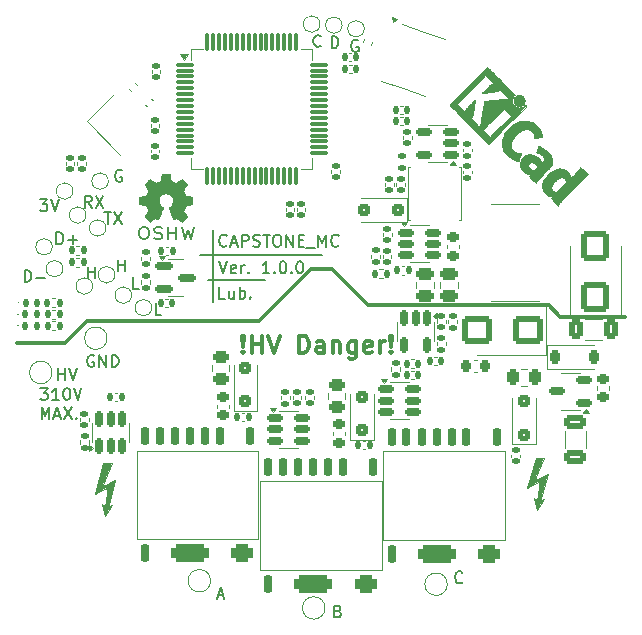
<source format=gbr>
%TF.GenerationSoftware,KiCad,Pcbnew,9.0.0*%
%TF.CreationDate,2025-06-01T03:36:43+08:00*%
%TF.ProjectId,CAPSTONE_MC,43415053-544f-44e4-955f-4d432e6b6963,Ver. 1.0.0*%
%TF.SameCoordinates,Original*%
%TF.FileFunction,Legend,Top*%
%TF.FilePolarity,Positive*%
%FSLAX46Y46*%
G04 Gerber Fmt 4.6, Leading zero omitted, Abs format (unit mm)*
G04 Created by KiCad (PCBNEW 9.0.0) date 2025-06-01 03:36:43*
%MOMM*%
%LPD*%
G01*
G04 APERTURE LIST*
G04 Aperture macros list*
%AMRoundRect*
0 Rectangle with rounded corners*
0 $1 Rounding radius*
0 $2 $3 $4 $5 $6 $7 $8 $9 X,Y pos of 4 corners*
0 Add a 4 corners polygon primitive as box body*
4,1,4,$2,$3,$4,$5,$6,$7,$8,$9,$2,$3,0*
0 Add four circle primitives for the rounded corners*
1,1,$1+$1,$2,$3*
1,1,$1+$1,$4,$5*
1,1,$1+$1,$6,$7*
1,1,$1+$1,$8,$9*
0 Add four rect primitives between the rounded corners*
20,1,$1+$1,$2,$3,$4,$5,0*
20,1,$1+$1,$4,$5,$6,$7,0*
20,1,$1+$1,$6,$7,$8,$9,0*
20,1,$1+$1,$8,$9,$2,$3,0*%
%AMRotRect*
0 Rectangle, with rotation*
0 The origin of the aperture is its center*
0 $1 length*
0 $2 width*
0 $3 Rotation angle, in degrees counterclockwise*
0 Add horizontal line*
21,1,$1,$2,0,0,$3*%
G04 Aperture macros list end*
%ADD10C,0.150000*%
%ADD11C,0.300000*%
%ADD12C,0.200000*%
%ADD13C,0.120000*%
%ADD14C,0.100000*%
%ADD15C,0.010000*%
%ADD16C,1.000000*%
%ADD17RoundRect,0.140000X0.170000X-0.140000X0.170000X0.140000X-0.170000X0.140000X-0.170000X-0.140000X0*%
%ADD18RoundRect,0.147500X-0.147500X-0.172500X0.147500X-0.172500X0.147500X0.172500X-0.147500X0.172500X0*%
%ADD19RoundRect,0.140000X-0.170000X0.140000X-0.170000X-0.140000X0.170000X-0.140000X0.170000X0.140000X0*%
%ADD20RoundRect,0.225000X-0.250000X0.225000X-0.250000X-0.225000X0.250000X-0.225000X0.250000X0.225000X0*%
%ADD21R,3.600000X1.500000*%
%ADD22RoundRect,0.140000X-0.219203X-0.021213X-0.021213X-0.219203X0.219203X0.021213X0.021213X0.219203X0*%
%ADD23RoundRect,0.150000X-0.150000X0.512500X-0.150000X-0.512500X0.150000X-0.512500X0.150000X0.512500X0*%
%ADD24RoundRect,0.150000X0.150000X-0.650000X0.150000X0.650000X-0.150000X0.650000X-0.150000X-0.650000X0*%
%ADD25RoundRect,0.400000X1.170000X-0.400000X1.170000X0.400000X-1.170000X0.400000X-1.170000X-0.400000X0*%
%ADD26RoundRect,0.400000X0.535000X-0.400000X0.535000X0.400000X-0.535000X0.400000X-0.535000X-0.400000X0*%
%ADD27C,1.500000*%
%ADD28RoundRect,0.135000X-0.185000X0.135000X-0.185000X-0.135000X0.185000X-0.135000X0.185000X0.135000X0*%
%ADD29RoundRect,0.225000X0.250000X-0.225000X0.250000X0.225000X-0.250000X0.225000X-0.250000X-0.225000X0*%
%ADD30R,2.850000X6.600000*%
%ADD31RoundRect,0.140000X-0.140000X-0.170000X0.140000X-0.170000X0.140000X0.170000X-0.140000X0.170000X0*%
%ADD32RoundRect,0.150000X-0.587500X-0.150000X0.587500X-0.150000X0.587500X0.150000X-0.587500X0.150000X0*%
%ADD33RoundRect,0.140000X0.219203X0.021213X0.021213X0.219203X-0.219203X-0.021213X-0.021213X-0.219203X0*%
%ADD34RoundRect,0.250000X0.262500X0.450000X-0.262500X0.450000X-0.262500X-0.450000X0.262500X-0.450000X0*%
%ADD35RoundRect,0.250000X0.450000X-0.262500X0.450000X0.262500X-0.450000X0.262500X-0.450000X-0.262500X0*%
%ADD36RoundRect,0.250000X-0.650000X0.325000X-0.650000X-0.325000X0.650000X-0.325000X0.650000X0.325000X0*%
%ADD37RoundRect,0.140000X0.140000X0.170000X-0.140000X0.170000X-0.140000X-0.170000X0.140000X-0.170000X0*%
%ADD38RoundRect,0.135000X0.185000X-0.135000X0.185000X0.135000X-0.185000X0.135000X-0.185000X-0.135000X0*%
%ADD39RoundRect,0.250000X0.300000X0.300000X-0.300000X0.300000X-0.300000X-0.300000X0.300000X-0.300000X0*%
%ADD40RoundRect,0.250000X-0.312500X-0.625000X0.312500X-0.625000X0.312500X0.625000X-0.312500X0.625000X0*%
%ADD41C,2.200000*%
%ADD42RoundRect,0.135000X0.135000X0.185000X-0.135000X0.185000X-0.135000X-0.185000X0.135000X-0.185000X0*%
%ADD43RoundRect,0.250000X-0.475000X0.250000X-0.475000X-0.250000X0.475000X-0.250000X0.475000X0.250000X0*%
%ADD44RoundRect,0.150000X-0.512500X-0.150000X0.512500X-0.150000X0.512500X0.150000X-0.512500X0.150000X0*%
%ADD45RoundRect,0.250000X0.300000X-0.300000X0.300000X0.300000X-0.300000X0.300000X-0.300000X-0.300000X0*%
%ADD46RoundRect,0.250000X0.900000X-1.000000X0.900000X1.000000X-0.900000X1.000000X-0.900000X-1.000000X0*%
%ADD47RoundRect,0.150000X-0.826549X0.141213X0.723943X-0.423121X0.826549X-0.141213X-0.723943X0.423121X0*%
%ADD48RoundRect,0.075000X-0.700000X-0.075000X0.700000X-0.075000X0.700000X0.075000X-0.700000X0.075000X0*%
%ADD49RoundRect,0.075000X-0.075000X-0.700000X0.075000X-0.700000X0.075000X0.700000X-0.075000X0.700000X0*%
%ADD50RoundRect,0.135000X-0.135000X-0.185000X0.135000X-0.185000X0.135000X0.185000X-0.135000X0.185000X0*%
%ADD51RoundRect,0.150000X0.512500X0.150000X-0.512500X0.150000X-0.512500X-0.150000X0.512500X-0.150000X0*%
%ADD52RoundRect,0.225000X0.225000X0.250000X-0.225000X0.250000X-0.225000X-0.250000X0.225000X-0.250000X0*%
%ADD53RoundRect,0.225000X-0.225000X-0.375000X0.225000X-0.375000X0.225000X0.375000X-0.225000X0.375000X0*%
%ADD54RoundRect,0.250000X1.000000X0.900000X-1.000000X0.900000X-1.000000X-0.900000X1.000000X-0.900000X0*%
%ADD55RoundRect,0.147500X0.172500X-0.147500X0.172500X0.147500X-0.172500X0.147500X-0.172500X-0.147500X0*%
%ADD56RotRect,1.400000X1.200000X315.000000*%
%ADD57RoundRect,0.150000X0.150000X-0.512500X0.150000X0.512500X-0.150000X0.512500X-0.150000X-0.512500X0*%
%ADD58RoundRect,0.140000X0.111865X-0.189700X0.207631X0.073414X-0.111865X0.189700X-0.207631X-0.073414X0*%
G04 APERTURE END LIST*
D10*
X77241541Y-49269819D02*
X77860588Y-49269819D01*
X77860588Y-49269819D02*
X77527255Y-49650771D01*
X77527255Y-49650771D02*
X77670112Y-49650771D01*
X77670112Y-49650771D02*
X77765350Y-49698390D01*
X77765350Y-49698390D02*
X77812969Y-49746009D01*
X77812969Y-49746009D02*
X77860588Y-49841247D01*
X77860588Y-49841247D02*
X77860588Y-50079342D01*
X77860588Y-50079342D02*
X77812969Y-50174580D01*
X77812969Y-50174580D02*
X77765350Y-50222200D01*
X77765350Y-50222200D02*
X77670112Y-50269819D01*
X77670112Y-50269819D02*
X77384398Y-50269819D01*
X77384398Y-50269819D02*
X77289160Y-50222200D01*
X77289160Y-50222200D02*
X77241541Y-50174580D01*
X78146303Y-49269819D02*
X78479636Y-50269819D01*
X78479636Y-50269819D02*
X78812969Y-49269819D01*
X84160588Y-46817438D02*
X84065350Y-46769819D01*
X84065350Y-46769819D02*
X83922493Y-46769819D01*
X83922493Y-46769819D02*
X83779636Y-46817438D01*
X83779636Y-46817438D02*
X83684398Y-46912676D01*
X83684398Y-46912676D02*
X83636779Y-47007914D01*
X83636779Y-47007914D02*
X83589160Y-47198390D01*
X83589160Y-47198390D02*
X83589160Y-47341247D01*
X83589160Y-47341247D02*
X83636779Y-47531723D01*
X83636779Y-47531723D02*
X83684398Y-47626961D01*
X83684398Y-47626961D02*
X83779636Y-47722200D01*
X83779636Y-47722200D02*
X83922493Y-47769819D01*
X83922493Y-47769819D02*
X84017731Y-47769819D01*
X84017731Y-47769819D02*
X84160588Y-47722200D01*
X84160588Y-47722200D02*
X84208207Y-47674580D01*
X84208207Y-47674580D02*
X84208207Y-47341247D01*
X84208207Y-47341247D02*
X84017731Y-47341247D01*
D11*
X105000000Y-58200000D02*
X120300000Y-58200000D01*
X121300000Y-59200000D02*
X126800000Y-59200000D01*
D12*
X91900000Y-51900000D02*
X91900000Y-58000000D01*
D11*
X102000000Y-55200000D02*
X105000000Y-58200000D01*
X120300000Y-58200000D02*
X121300000Y-59200000D01*
D12*
X90800000Y-54000000D02*
X101100000Y-54000000D01*
D11*
X100200000Y-55200000D02*
X102000000Y-55200000D01*
D12*
X91500000Y-56100000D02*
X96300000Y-56100000D01*
D11*
X95800000Y-59600000D02*
X100200000Y-55200000D01*
X81200000Y-59600000D02*
X95800000Y-59600000D01*
X75300000Y-61400000D02*
X79400000Y-61400000D01*
X79400000Y-61400000D02*
X81200000Y-59600000D01*
D12*
X92895863Y-57667219D02*
X92419673Y-57667219D01*
X92419673Y-57667219D02*
X92419673Y-56667219D01*
X93657768Y-57000552D02*
X93657768Y-57667219D01*
X93229197Y-57000552D02*
X93229197Y-57524361D01*
X93229197Y-57524361D02*
X93276816Y-57619600D01*
X93276816Y-57619600D02*
X93372054Y-57667219D01*
X93372054Y-57667219D02*
X93514911Y-57667219D01*
X93514911Y-57667219D02*
X93610149Y-57619600D01*
X93610149Y-57619600D02*
X93657768Y-57571980D01*
X94133959Y-57667219D02*
X94133959Y-56667219D01*
X94133959Y-57048171D02*
X94229197Y-57000552D01*
X94229197Y-57000552D02*
X94419673Y-57000552D01*
X94419673Y-57000552D02*
X94514911Y-57048171D01*
X94514911Y-57048171D02*
X94562530Y-57095790D01*
X94562530Y-57095790D02*
X94610149Y-57191028D01*
X94610149Y-57191028D02*
X94610149Y-57476742D01*
X94610149Y-57476742D02*
X94562530Y-57571980D01*
X94562530Y-57571980D02*
X94514911Y-57619600D01*
X94514911Y-57619600D02*
X94419673Y-57667219D01*
X94419673Y-57667219D02*
X94229197Y-57667219D01*
X94229197Y-57667219D02*
X94133959Y-57619600D01*
X95038721Y-57571980D02*
X95086340Y-57619600D01*
X95086340Y-57619600D02*
X95038721Y-57667219D01*
X95038721Y-57667219D02*
X94991102Y-57619600D01*
X94991102Y-57619600D02*
X95038721Y-57571980D01*
X95038721Y-57571980D02*
X95038721Y-57667219D01*
X81793482Y-62514838D02*
X81698244Y-62467219D01*
X81698244Y-62467219D02*
X81555387Y-62467219D01*
X81555387Y-62467219D02*
X81412530Y-62514838D01*
X81412530Y-62514838D02*
X81317292Y-62610076D01*
X81317292Y-62610076D02*
X81269673Y-62705314D01*
X81269673Y-62705314D02*
X81222054Y-62895790D01*
X81222054Y-62895790D02*
X81222054Y-63038647D01*
X81222054Y-63038647D02*
X81269673Y-63229123D01*
X81269673Y-63229123D02*
X81317292Y-63324361D01*
X81317292Y-63324361D02*
X81412530Y-63419600D01*
X81412530Y-63419600D02*
X81555387Y-63467219D01*
X81555387Y-63467219D02*
X81650625Y-63467219D01*
X81650625Y-63467219D02*
X81793482Y-63419600D01*
X81793482Y-63419600D02*
X81841101Y-63371980D01*
X81841101Y-63371980D02*
X81841101Y-63038647D01*
X81841101Y-63038647D02*
X81650625Y-63038647D01*
X82269673Y-63467219D02*
X82269673Y-62467219D01*
X82269673Y-62467219D02*
X82841101Y-63467219D01*
X82841101Y-63467219D02*
X82841101Y-62467219D01*
X83317292Y-63467219D02*
X83317292Y-62467219D01*
X83317292Y-62467219D02*
X83555387Y-62467219D01*
X83555387Y-62467219D02*
X83698244Y-62514838D01*
X83698244Y-62514838D02*
X83793482Y-62610076D01*
X83793482Y-62610076D02*
X83841101Y-62705314D01*
X83841101Y-62705314D02*
X83888720Y-62895790D01*
X83888720Y-62895790D02*
X83888720Y-63038647D01*
X83888720Y-63038647D02*
X83841101Y-63229123D01*
X83841101Y-63229123D02*
X83793482Y-63324361D01*
X83793482Y-63324361D02*
X83698244Y-63419600D01*
X83698244Y-63419600D02*
X83555387Y-63467219D01*
X83555387Y-63467219D02*
X83317292Y-63467219D01*
D10*
X101936779Y-36469819D02*
X101936779Y-35469819D01*
X101936779Y-35469819D02*
X102174874Y-35469819D01*
X102174874Y-35469819D02*
X102317731Y-35517438D01*
X102317731Y-35517438D02*
X102412969Y-35612676D01*
X102412969Y-35612676D02*
X102460588Y-35707914D01*
X102460588Y-35707914D02*
X102508207Y-35898390D01*
X102508207Y-35898390D02*
X102508207Y-36041247D01*
X102508207Y-36041247D02*
X102460588Y-36231723D01*
X102460588Y-36231723D02*
X102412969Y-36326961D01*
X102412969Y-36326961D02*
X102317731Y-36422200D01*
X102317731Y-36422200D02*
X102174874Y-36469819D01*
X102174874Y-36469819D02*
X101936779Y-36469819D01*
X75936779Y-56269819D02*
X75936779Y-55269819D01*
X75936779Y-55269819D02*
X76174874Y-55269819D01*
X76174874Y-55269819D02*
X76317731Y-55317438D01*
X76317731Y-55317438D02*
X76412969Y-55412676D01*
X76412969Y-55412676D02*
X76460588Y-55507914D01*
X76460588Y-55507914D02*
X76508207Y-55698390D01*
X76508207Y-55698390D02*
X76508207Y-55841247D01*
X76508207Y-55841247D02*
X76460588Y-56031723D01*
X76460588Y-56031723D02*
X76412969Y-56126961D01*
X76412969Y-56126961D02*
X76317731Y-56222200D01*
X76317731Y-56222200D02*
X76174874Y-56269819D01*
X76174874Y-56269819D02*
X75936779Y-56269819D01*
X76936779Y-55888866D02*
X77698684Y-55888866D01*
X82693922Y-50369819D02*
X83265350Y-50369819D01*
X82979636Y-51369819D02*
X82979636Y-50369819D01*
X83503446Y-50369819D02*
X84170112Y-51369819D01*
X84170112Y-50369819D02*
X83503446Y-51369819D01*
X78636779Y-53069819D02*
X78636779Y-52069819D01*
X78636779Y-52069819D02*
X78874874Y-52069819D01*
X78874874Y-52069819D02*
X79017731Y-52117438D01*
X79017731Y-52117438D02*
X79112969Y-52212676D01*
X79112969Y-52212676D02*
X79160588Y-52307914D01*
X79160588Y-52307914D02*
X79208207Y-52498390D01*
X79208207Y-52498390D02*
X79208207Y-52641247D01*
X79208207Y-52641247D02*
X79160588Y-52831723D01*
X79160588Y-52831723D02*
X79112969Y-52926961D01*
X79112969Y-52926961D02*
X79017731Y-53022200D01*
X79017731Y-53022200D02*
X78874874Y-53069819D01*
X78874874Y-53069819D02*
X78636779Y-53069819D01*
X79636779Y-52688866D02*
X80398684Y-52688866D01*
X80017731Y-53069819D02*
X80017731Y-52307914D01*
X83836779Y-55369819D02*
X83836779Y-54369819D01*
X83836779Y-54846009D02*
X84408207Y-54846009D01*
X84408207Y-55369819D02*
X84408207Y-54369819D01*
X81608207Y-49969819D02*
X81274874Y-49493628D01*
X81036779Y-49969819D02*
X81036779Y-48969819D01*
X81036779Y-48969819D02*
X81417731Y-48969819D01*
X81417731Y-48969819D02*
X81512969Y-49017438D01*
X81512969Y-49017438D02*
X81560588Y-49065057D01*
X81560588Y-49065057D02*
X81608207Y-49160295D01*
X81608207Y-49160295D02*
X81608207Y-49303152D01*
X81608207Y-49303152D02*
X81560588Y-49398390D01*
X81560588Y-49398390D02*
X81512969Y-49446009D01*
X81512969Y-49446009D02*
X81417731Y-49493628D01*
X81417731Y-49493628D02*
X81036779Y-49493628D01*
X81941541Y-48969819D02*
X82608207Y-49969819D01*
X82608207Y-48969819D02*
X81941541Y-49969819D01*
X87512969Y-59069819D02*
X87036779Y-59069819D01*
X87036779Y-59069819D02*
X87036779Y-58069819D01*
X104160588Y-35817438D02*
X104065350Y-35769819D01*
X104065350Y-35769819D02*
X103922493Y-35769819D01*
X103922493Y-35769819D02*
X103779636Y-35817438D01*
X103779636Y-35817438D02*
X103684398Y-35912676D01*
X103684398Y-35912676D02*
X103636779Y-36007914D01*
X103636779Y-36007914D02*
X103589160Y-36198390D01*
X103589160Y-36198390D02*
X103589160Y-36341247D01*
X103589160Y-36341247D02*
X103636779Y-36531723D01*
X103636779Y-36531723D02*
X103684398Y-36626961D01*
X103684398Y-36626961D02*
X103779636Y-36722200D01*
X103779636Y-36722200D02*
X103922493Y-36769819D01*
X103922493Y-36769819D02*
X104017731Y-36769819D01*
X104017731Y-36769819D02*
X104160588Y-36722200D01*
X104160588Y-36722200D02*
X104208207Y-36674580D01*
X104208207Y-36674580D02*
X104208207Y-36341247D01*
X104208207Y-36341247D02*
X104017731Y-36341247D01*
X102470112Y-84146009D02*
X102612969Y-84193628D01*
X102612969Y-84193628D02*
X102660588Y-84241247D01*
X102660588Y-84241247D02*
X102708207Y-84336485D01*
X102708207Y-84336485D02*
X102708207Y-84479342D01*
X102708207Y-84479342D02*
X102660588Y-84574580D01*
X102660588Y-84574580D02*
X102612969Y-84622200D01*
X102612969Y-84622200D02*
X102517731Y-84669819D01*
X102517731Y-84669819D02*
X102136779Y-84669819D01*
X102136779Y-84669819D02*
X102136779Y-83669819D01*
X102136779Y-83669819D02*
X102470112Y-83669819D01*
X102470112Y-83669819D02*
X102565350Y-83717438D01*
X102565350Y-83717438D02*
X102612969Y-83765057D01*
X102612969Y-83765057D02*
X102660588Y-83860295D01*
X102660588Y-83860295D02*
X102660588Y-83955533D01*
X102660588Y-83955533D02*
X102612969Y-84050771D01*
X102612969Y-84050771D02*
X102565350Y-84098390D01*
X102565350Y-84098390D02*
X102470112Y-84146009D01*
X102470112Y-84146009D02*
X102136779Y-84146009D01*
X101008207Y-36274580D02*
X100960588Y-36322200D01*
X100960588Y-36322200D02*
X100817731Y-36369819D01*
X100817731Y-36369819D02*
X100722493Y-36369819D01*
X100722493Y-36369819D02*
X100579636Y-36322200D01*
X100579636Y-36322200D02*
X100484398Y-36226961D01*
X100484398Y-36226961D02*
X100436779Y-36131723D01*
X100436779Y-36131723D02*
X100389160Y-35941247D01*
X100389160Y-35941247D02*
X100389160Y-35798390D01*
X100389160Y-35798390D02*
X100436779Y-35607914D01*
X100436779Y-35607914D02*
X100484398Y-35512676D01*
X100484398Y-35512676D02*
X100579636Y-35417438D01*
X100579636Y-35417438D02*
X100722493Y-35369819D01*
X100722493Y-35369819D02*
X100817731Y-35369819D01*
X100817731Y-35369819D02*
X100960588Y-35417438D01*
X100960588Y-35417438D02*
X101008207Y-35465057D01*
X85612969Y-56869819D02*
X85136779Y-56869819D01*
X85136779Y-56869819D02*
X85136779Y-55869819D01*
D12*
X93041101Y-53171980D02*
X92993482Y-53219600D01*
X92993482Y-53219600D02*
X92850625Y-53267219D01*
X92850625Y-53267219D02*
X92755387Y-53267219D01*
X92755387Y-53267219D02*
X92612530Y-53219600D01*
X92612530Y-53219600D02*
X92517292Y-53124361D01*
X92517292Y-53124361D02*
X92469673Y-53029123D01*
X92469673Y-53029123D02*
X92422054Y-52838647D01*
X92422054Y-52838647D02*
X92422054Y-52695790D01*
X92422054Y-52695790D02*
X92469673Y-52505314D01*
X92469673Y-52505314D02*
X92517292Y-52410076D01*
X92517292Y-52410076D02*
X92612530Y-52314838D01*
X92612530Y-52314838D02*
X92755387Y-52267219D01*
X92755387Y-52267219D02*
X92850625Y-52267219D01*
X92850625Y-52267219D02*
X92993482Y-52314838D01*
X92993482Y-52314838D02*
X93041101Y-52362457D01*
X93422054Y-52981504D02*
X93898244Y-52981504D01*
X93326816Y-53267219D02*
X93660149Y-52267219D01*
X93660149Y-52267219D02*
X93993482Y-53267219D01*
X94326816Y-53267219D02*
X94326816Y-52267219D01*
X94326816Y-52267219D02*
X94707768Y-52267219D01*
X94707768Y-52267219D02*
X94803006Y-52314838D01*
X94803006Y-52314838D02*
X94850625Y-52362457D01*
X94850625Y-52362457D02*
X94898244Y-52457695D01*
X94898244Y-52457695D02*
X94898244Y-52600552D01*
X94898244Y-52600552D02*
X94850625Y-52695790D01*
X94850625Y-52695790D02*
X94803006Y-52743409D01*
X94803006Y-52743409D02*
X94707768Y-52791028D01*
X94707768Y-52791028D02*
X94326816Y-52791028D01*
X95279197Y-53219600D02*
X95422054Y-53267219D01*
X95422054Y-53267219D02*
X95660149Y-53267219D01*
X95660149Y-53267219D02*
X95755387Y-53219600D01*
X95755387Y-53219600D02*
X95803006Y-53171980D01*
X95803006Y-53171980D02*
X95850625Y-53076742D01*
X95850625Y-53076742D02*
X95850625Y-52981504D01*
X95850625Y-52981504D02*
X95803006Y-52886266D01*
X95803006Y-52886266D02*
X95755387Y-52838647D01*
X95755387Y-52838647D02*
X95660149Y-52791028D01*
X95660149Y-52791028D02*
X95469673Y-52743409D01*
X95469673Y-52743409D02*
X95374435Y-52695790D01*
X95374435Y-52695790D02*
X95326816Y-52648171D01*
X95326816Y-52648171D02*
X95279197Y-52552933D01*
X95279197Y-52552933D02*
X95279197Y-52457695D01*
X95279197Y-52457695D02*
X95326816Y-52362457D01*
X95326816Y-52362457D02*
X95374435Y-52314838D01*
X95374435Y-52314838D02*
X95469673Y-52267219D01*
X95469673Y-52267219D02*
X95707768Y-52267219D01*
X95707768Y-52267219D02*
X95850625Y-52314838D01*
X96136340Y-52267219D02*
X96707768Y-52267219D01*
X96422054Y-53267219D02*
X96422054Y-52267219D01*
X97231578Y-52267219D02*
X97422054Y-52267219D01*
X97422054Y-52267219D02*
X97517292Y-52314838D01*
X97517292Y-52314838D02*
X97612530Y-52410076D01*
X97612530Y-52410076D02*
X97660149Y-52600552D01*
X97660149Y-52600552D02*
X97660149Y-52933885D01*
X97660149Y-52933885D02*
X97612530Y-53124361D01*
X97612530Y-53124361D02*
X97517292Y-53219600D01*
X97517292Y-53219600D02*
X97422054Y-53267219D01*
X97422054Y-53267219D02*
X97231578Y-53267219D01*
X97231578Y-53267219D02*
X97136340Y-53219600D01*
X97136340Y-53219600D02*
X97041102Y-53124361D01*
X97041102Y-53124361D02*
X96993483Y-52933885D01*
X96993483Y-52933885D02*
X96993483Y-52600552D01*
X96993483Y-52600552D02*
X97041102Y-52410076D01*
X97041102Y-52410076D02*
X97136340Y-52314838D01*
X97136340Y-52314838D02*
X97231578Y-52267219D01*
X98088721Y-53267219D02*
X98088721Y-52267219D01*
X98088721Y-52267219D02*
X98660149Y-53267219D01*
X98660149Y-53267219D02*
X98660149Y-52267219D01*
X99136340Y-52743409D02*
X99469673Y-52743409D01*
X99612530Y-53267219D02*
X99136340Y-53267219D01*
X99136340Y-53267219D02*
X99136340Y-52267219D01*
X99136340Y-52267219D02*
X99612530Y-52267219D01*
X99803007Y-53362457D02*
X100564911Y-53362457D01*
X100803007Y-53267219D02*
X100803007Y-52267219D01*
X100803007Y-52267219D02*
X101136340Y-52981504D01*
X101136340Y-52981504D02*
X101469673Y-52267219D01*
X101469673Y-52267219D02*
X101469673Y-53267219D01*
X102517292Y-53171980D02*
X102469673Y-53219600D01*
X102469673Y-53219600D02*
X102326816Y-53267219D01*
X102326816Y-53267219D02*
X102231578Y-53267219D01*
X102231578Y-53267219D02*
X102088721Y-53219600D01*
X102088721Y-53219600D02*
X101993483Y-53124361D01*
X101993483Y-53124361D02*
X101945864Y-53029123D01*
X101945864Y-53029123D02*
X101898245Y-52838647D01*
X101898245Y-52838647D02*
X101898245Y-52695790D01*
X101898245Y-52695790D02*
X101945864Y-52505314D01*
X101945864Y-52505314D02*
X101993483Y-52410076D01*
X101993483Y-52410076D02*
X102088721Y-52314838D01*
X102088721Y-52314838D02*
X102231578Y-52267219D01*
X102231578Y-52267219D02*
X102326816Y-52267219D01*
X102326816Y-52267219D02*
X102469673Y-52314838D01*
X102469673Y-52314838D02*
X102517292Y-52362457D01*
X92426816Y-54517219D02*
X92760149Y-55517219D01*
X92760149Y-55517219D02*
X93093482Y-54517219D01*
X93807768Y-55469600D02*
X93712530Y-55517219D01*
X93712530Y-55517219D02*
X93522054Y-55517219D01*
X93522054Y-55517219D02*
X93426816Y-55469600D01*
X93426816Y-55469600D02*
X93379197Y-55374361D01*
X93379197Y-55374361D02*
X93379197Y-54993409D01*
X93379197Y-54993409D02*
X93426816Y-54898171D01*
X93426816Y-54898171D02*
X93522054Y-54850552D01*
X93522054Y-54850552D02*
X93712530Y-54850552D01*
X93712530Y-54850552D02*
X93807768Y-54898171D01*
X93807768Y-54898171D02*
X93855387Y-54993409D01*
X93855387Y-54993409D02*
X93855387Y-55088647D01*
X93855387Y-55088647D02*
X93379197Y-55183885D01*
X94283959Y-55517219D02*
X94283959Y-54850552D01*
X94283959Y-55041028D02*
X94331578Y-54945790D01*
X94331578Y-54945790D02*
X94379197Y-54898171D01*
X94379197Y-54898171D02*
X94474435Y-54850552D01*
X94474435Y-54850552D02*
X94569673Y-54850552D01*
X94903007Y-55421980D02*
X94950626Y-55469600D01*
X94950626Y-55469600D02*
X94903007Y-55517219D01*
X94903007Y-55517219D02*
X94855388Y-55469600D01*
X94855388Y-55469600D02*
X94903007Y-55421980D01*
X94903007Y-55421980D02*
X94903007Y-55517219D01*
X96664911Y-55517219D02*
X96093483Y-55517219D01*
X96379197Y-55517219D02*
X96379197Y-54517219D01*
X96379197Y-54517219D02*
X96283959Y-54660076D01*
X96283959Y-54660076D02*
X96188721Y-54755314D01*
X96188721Y-54755314D02*
X96093483Y-54802933D01*
X97093483Y-55421980D02*
X97141102Y-55469600D01*
X97141102Y-55469600D02*
X97093483Y-55517219D01*
X97093483Y-55517219D02*
X97045864Y-55469600D01*
X97045864Y-55469600D02*
X97093483Y-55421980D01*
X97093483Y-55421980D02*
X97093483Y-55517219D01*
X97760149Y-54517219D02*
X97855387Y-54517219D01*
X97855387Y-54517219D02*
X97950625Y-54564838D01*
X97950625Y-54564838D02*
X97998244Y-54612457D01*
X97998244Y-54612457D02*
X98045863Y-54707695D01*
X98045863Y-54707695D02*
X98093482Y-54898171D01*
X98093482Y-54898171D02*
X98093482Y-55136266D01*
X98093482Y-55136266D02*
X98045863Y-55326742D01*
X98045863Y-55326742D02*
X97998244Y-55421980D01*
X97998244Y-55421980D02*
X97950625Y-55469600D01*
X97950625Y-55469600D02*
X97855387Y-55517219D01*
X97855387Y-55517219D02*
X97760149Y-55517219D01*
X97760149Y-55517219D02*
X97664911Y-55469600D01*
X97664911Y-55469600D02*
X97617292Y-55421980D01*
X97617292Y-55421980D02*
X97569673Y-55326742D01*
X97569673Y-55326742D02*
X97522054Y-55136266D01*
X97522054Y-55136266D02*
X97522054Y-54898171D01*
X97522054Y-54898171D02*
X97569673Y-54707695D01*
X97569673Y-54707695D02*
X97617292Y-54612457D01*
X97617292Y-54612457D02*
X97664911Y-54564838D01*
X97664911Y-54564838D02*
X97760149Y-54517219D01*
X98522054Y-55421980D02*
X98569673Y-55469600D01*
X98569673Y-55469600D02*
X98522054Y-55517219D01*
X98522054Y-55517219D02*
X98474435Y-55469600D01*
X98474435Y-55469600D02*
X98522054Y-55421980D01*
X98522054Y-55421980D02*
X98522054Y-55517219D01*
X99188720Y-54517219D02*
X99283958Y-54517219D01*
X99283958Y-54517219D02*
X99379196Y-54564838D01*
X99379196Y-54564838D02*
X99426815Y-54612457D01*
X99426815Y-54612457D02*
X99474434Y-54707695D01*
X99474434Y-54707695D02*
X99522053Y-54898171D01*
X99522053Y-54898171D02*
X99522053Y-55136266D01*
X99522053Y-55136266D02*
X99474434Y-55326742D01*
X99474434Y-55326742D02*
X99426815Y-55421980D01*
X99426815Y-55421980D02*
X99379196Y-55469600D01*
X99379196Y-55469600D02*
X99283958Y-55517219D01*
X99283958Y-55517219D02*
X99188720Y-55517219D01*
X99188720Y-55517219D02*
X99093482Y-55469600D01*
X99093482Y-55469600D02*
X99045863Y-55421980D01*
X99045863Y-55421980D02*
X98998244Y-55326742D01*
X98998244Y-55326742D02*
X98950625Y-55136266D01*
X98950625Y-55136266D02*
X98950625Y-54898171D01*
X98950625Y-54898171D02*
X98998244Y-54707695D01*
X98998244Y-54707695D02*
X99045863Y-54612457D01*
X99045863Y-54612457D02*
X99093482Y-54564838D01*
X99093482Y-54564838D02*
X99188720Y-54517219D01*
D10*
X113008207Y-81674580D02*
X112960588Y-81722200D01*
X112960588Y-81722200D02*
X112817731Y-81769819D01*
X112817731Y-81769819D02*
X112722493Y-81769819D01*
X112722493Y-81769819D02*
X112579636Y-81722200D01*
X112579636Y-81722200D02*
X112484398Y-81626961D01*
X112484398Y-81626961D02*
X112436779Y-81531723D01*
X112436779Y-81531723D02*
X112389160Y-81341247D01*
X112389160Y-81341247D02*
X112389160Y-81198390D01*
X112389160Y-81198390D02*
X112436779Y-81007914D01*
X112436779Y-81007914D02*
X112484398Y-80912676D01*
X112484398Y-80912676D02*
X112579636Y-80817438D01*
X112579636Y-80817438D02*
X112722493Y-80769819D01*
X112722493Y-80769819D02*
X112817731Y-80769819D01*
X112817731Y-80769819D02*
X112960588Y-80817438D01*
X112960588Y-80817438D02*
X113008207Y-80865057D01*
X81336779Y-55969819D02*
X81336779Y-54969819D01*
X81336779Y-55446009D02*
X81908207Y-55446009D01*
X81908207Y-55969819D02*
X81908207Y-54969819D01*
X92289160Y-82784104D02*
X92765350Y-82784104D01*
X92193922Y-83069819D02*
X92527255Y-82069819D01*
X92527255Y-82069819D02*
X92860588Y-83069819D01*
D12*
X78769673Y-64567219D02*
X78769673Y-63567219D01*
X78769673Y-64043409D02*
X79341101Y-64043409D01*
X79341101Y-64567219D02*
X79341101Y-63567219D01*
X79674435Y-63567219D02*
X80007768Y-64567219D01*
X80007768Y-64567219D02*
X80341101Y-63567219D01*
D11*
X94454510Y-62157971D02*
X94525939Y-62229400D01*
X94525939Y-62229400D02*
X94454510Y-62300828D01*
X94454510Y-62300828D02*
X94383082Y-62229400D01*
X94383082Y-62229400D02*
X94454510Y-62157971D01*
X94454510Y-62157971D02*
X94454510Y-62300828D01*
X94454510Y-61729400D02*
X94383082Y-60872257D01*
X94383082Y-60872257D02*
X94454510Y-60800828D01*
X94454510Y-60800828D02*
X94525939Y-60872257D01*
X94525939Y-60872257D02*
X94454510Y-61729400D01*
X94454510Y-61729400D02*
X94454510Y-60800828D01*
X95168796Y-62300828D02*
X95168796Y-60800828D01*
X95168796Y-61515114D02*
X96025939Y-61515114D01*
X96025939Y-62300828D02*
X96025939Y-60800828D01*
X96525940Y-60800828D02*
X97025940Y-62300828D01*
X97025940Y-62300828D02*
X97525940Y-60800828D01*
X99168796Y-62300828D02*
X99168796Y-60800828D01*
X99168796Y-60800828D02*
X99525939Y-60800828D01*
X99525939Y-60800828D02*
X99740225Y-60872257D01*
X99740225Y-60872257D02*
X99883082Y-61015114D01*
X99883082Y-61015114D02*
X99954511Y-61157971D01*
X99954511Y-61157971D02*
X100025939Y-61443685D01*
X100025939Y-61443685D02*
X100025939Y-61657971D01*
X100025939Y-61657971D02*
X99954511Y-61943685D01*
X99954511Y-61943685D02*
X99883082Y-62086542D01*
X99883082Y-62086542D02*
X99740225Y-62229400D01*
X99740225Y-62229400D02*
X99525939Y-62300828D01*
X99525939Y-62300828D02*
X99168796Y-62300828D01*
X101311654Y-62300828D02*
X101311654Y-61515114D01*
X101311654Y-61515114D02*
X101240225Y-61372257D01*
X101240225Y-61372257D02*
X101097368Y-61300828D01*
X101097368Y-61300828D02*
X100811654Y-61300828D01*
X100811654Y-61300828D02*
X100668796Y-61372257D01*
X101311654Y-62229400D02*
X101168796Y-62300828D01*
X101168796Y-62300828D02*
X100811654Y-62300828D01*
X100811654Y-62300828D02*
X100668796Y-62229400D01*
X100668796Y-62229400D02*
X100597368Y-62086542D01*
X100597368Y-62086542D02*
X100597368Y-61943685D01*
X100597368Y-61943685D02*
X100668796Y-61800828D01*
X100668796Y-61800828D02*
X100811654Y-61729400D01*
X100811654Y-61729400D02*
X101168796Y-61729400D01*
X101168796Y-61729400D02*
X101311654Y-61657971D01*
X102025939Y-61300828D02*
X102025939Y-62300828D01*
X102025939Y-61443685D02*
X102097368Y-61372257D01*
X102097368Y-61372257D02*
X102240225Y-61300828D01*
X102240225Y-61300828D02*
X102454511Y-61300828D01*
X102454511Y-61300828D02*
X102597368Y-61372257D01*
X102597368Y-61372257D02*
X102668797Y-61515114D01*
X102668797Y-61515114D02*
X102668797Y-62300828D01*
X104025940Y-61300828D02*
X104025940Y-62515114D01*
X104025940Y-62515114D02*
X103954511Y-62657971D01*
X103954511Y-62657971D02*
X103883082Y-62729400D01*
X103883082Y-62729400D02*
X103740225Y-62800828D01*
X103740225Y-62800828D02*
X103525940Y-62800828D01*
X103525940Y-62800828D02*
X103383082Y-62729400D01*
X104025940Y-62229400D02*
X103883082Y-62300828D01*
X103883082Y-62300828D02*
X103597368Y-62300828D01*
X103597368Y-62300828D02*
X103454511Y-62229400D01*
X103454511Y-62229400D02*
X103383082Y-62157971D01*
X103383082Y-62157971D02*
X103311654Y-62015114D01*
X103311654Y-62015114D02*
X103311654Y-61586542D01*
X103311654Y-61586542D02*
X103383082Y-61443685D01*
X103383082Y-61443685D02*
X103454511Y-61372257D01*
X103454511Y-61372257D02*
X103597368Y-61300828D01*
X103597368Y-61300828D02*
X103883082Y-61300828D01*
X103883082Y-61300828D02*
X104025940Y-61372257D01*
X105311654Y-62229400D02*
X105168797Y-62300828D01*
X105168797Y-62300828D02*
X104883083Y-62300828D01*
X104883083Y-62300828D02*
X104740225Y-62229400D01*
X104740225Y-62229400D02*
X104668797Y-62086542D01*
X104668797Y-62086542D02*
X104668797Y-61515114D01*
X104668797Y-61515114D02*
X104740225Y-61372257D01*
X104740225Y-61372257D02*
X104883083Y-61300828D01*
X104883083Y-61300828D02*
X105168797Y-61300828D01*
X105168797Y-61300828D02*
X105311654Y-61372257D01*
X105311654Y-61372257D02*
X105383083Y-61515114D01*
X105383083Y-61515114D02*
X105383083Y-61657971D01*
X105383083Y-61657971D02*
X104668797Y-61800828D01*
X106025939Y-62300828D02*
X106025939Y-61300828D01*
X106025939Y-61586542D02*
X106097368Y-61443685D01*
X106097368Y-61443685D02*
X106168797Y-61372257D01*
X106168797Y-61372257D02*
X106311654Y-61300828D01*
X106311654Y-61300828D02*
X106454511Y-61300828D01*
X106954510Y-62157971D02*
X107025939Y-62229400D01*
X107025939Y-62229400D02*
X106954510Y-62300828D01*
X106954510Y-62300828D02*
X106883082Y-62229400D01*
X106883082Y-62229400D02*
X106954510Y-62157971D01*
X106954510Y-62157971D02*
X106954510Y-62300828D01*
X106954510Y-61729400D02*
X106883082Y-60872257D01*
X106883082Y-60872257D02*
X106954510Y-60800828D01*
X106954510Y-60800828D02*
X107025939Y-60872257D01*
X107025939Y-60872257D02*
X106954510Y-61729400D01*
X106954510Y-61729400D02*
X106954510Y-60800828D01*
D12*
X77274435Y-65257275D02*
X77893482Y-65257275D01*
X77893482Y-65257275D02*
X77560149Y-65638227D01*
X77560149Y-65638227D02*
X77703006Y-65638227D01*
X77703006Y-65638227D02*
X77798244Y-65685846D01*
X77798244Y-65685846D02*
X77845863Y-65733465D01*
X77845863Y-65733465D02*
X77893482Y-65828703D01*
X77893482Y-65828703D02*
X77893482Y-66066798D01*
X77893482Y-66066798D02*
X77845863Y-66162036D01*
X77845863Y-66162036D02*
X77798244Y-66209656D01*
X77798244Y-66209656D02*
X77703006Y-66257275D01*
X77703006Y-66257275D02*
X77417292Y-66257275D01*
X77417292Y-66257275D02*
X77322054Y-66209656D01*
X77322054Y-66209656D02*
X77274435Y-66162036D01*
X78845863Y-66257275D02*
X78274435Y-66257275D01*
X78560149Y-66257275D02*
X78560149Y-65257275D01*
X78560149Y-65257275D02*
X78464911Y-65400132D01*
X78464911Y-65400132D02*
X78369673Y-65495370D01*
X78369673Y-65495370D02*
X78274435Y-65542989D01*
X79464911Y-65257275D02*
X79560149Y-65257275D01*
X79560149Y-65257275D02*
X79655387Y-65304894D01*
X79655387Y-65304894D02*
X79703006Y-65352513D01*
X79703006Y-65352513D02*
X79750625Y-65447751D01*
X79750625Y-65447751D02*
X79798244Y-65638227D01*
X79798244Y-65638227D02*
X79798244Y-65876322D01*
X79798244Y-65876322D02*
X79750625Y-66066798D01*
X79750625Y-66066798D02*
X79703006Y-66162036D01*
X79703006Y-66162036D02*
X79655387Y-66209656D01*
X79655387Y-66209656D02*
X79560149Y-66257275D01*
X79560149Y-66257275D02*
X79464911Y-66257275D01*
X79464911Y-66257275D02*
X79369673Y-66209656D01*
X79369673Y-66209656D02*
X79322054Y-66162036D01*
X79322054Y-66162036D02*
X79274435Y-66066798D01*
X79274435Y-66066798D02*
X79226816Y-65876322D01*
X79226816Y-65876322D02*
X79226816Y-65638227D01*
X79226816Y-65638227D02*
X79274435Y-65447751D01*
X79274435Y-65447751D02*
X79322054Y-65352513D01*
X79322054Y-65352513D02*
X79369673Y-65304894D01*
X79369673Y-65304894D02*
X79464911Y-65257275D01*
X80083959Y-65257275D02*
X80417292Y-66257275D01*
X80417292Y-66257275D02*
X80750625Y-65257275D01*
X77369673Y-67867219D02*
X77369673Y-66867219D01*
X77369673Y-66867219D02*
X77703006Y-67581504D01*
X77703006Y-67581504D02*
X78036339Y-66867219D01*
X78036339Y-66867219D02*
X78036339Y-67867219D01*
X78464911Y-67581504D02*
X78941101Y-67581504D01*
X78369673Y-67867219D02*
X78703006Y-66867219D01*
X78703006Y-66867219D02*
X79036339Y-67867219D01*
X79274435Y-66867219D02*
X79941101Y-67867219D01*
X79941101Y-66867219D02*
X79274435Y-67867219D01*
X80322054Y-67771980D02*
X80369673Y-67819600D01*
X80369673Y-67819600D02*
X80322054Y-67867219D01*
X80322054Y-67867219D02*
X80274435Y-67819600D01*
X80274435Y-67819600D02*
X80322054Y-67771980D01*
X80322054Y-67771980D02*
X80322054Y-67867219D01*
X85932899Y-51617912D02*
X86161471Y-51617912D01*
X86161471Y-51617912D02*
X86275756Y-51665531D01*
X86275756Y-51665531D02*
X86390042Y-51760769D01*
X86390042Y-51760769D02*
X86447185Y-51951245D01*
X86447185Y-51951245D02*
X86447185Y-52284578D01*
X86447185Y-52284578D02*
X86390042Y-52475054D01*
X86390042Y-52475054D02*
X86275756Y-52570293D01*
X86275756Y-52570293D02*
X86161471Y-52617912D01*
X86161471Y-52617912D02*
X85932899Y-52617912D01*
X85932899Y-52617912D02*
X85818614Y-52570293D01*
X85818614Y-52570293D02*
X85704328Y-52475054D01*
X85704328Y-52475054D02*
X85647185Y-52284578D01*
X85647185Y-52284578D02*
X85647185Y-51951245D01*
X85647185Y-51951245D02*
X85704328Y-51760769D01*
X85704328Y-51760769D02*
X85818614Y-51665531D01*
X85818614Y-51665531D02*
X85932899Y-51617912D01*
X86904328Y-52570293D02*
X87075757Y-52617912D01*
X87075757Y-52617912D02*
X87361471Y-52617912D01*
X87361471Y-52617912D02*
X87475757Y-52570293D01*
X87475757Y-52570293D02*
X87532899Y-52522673D01*
X87532899Y-52522673D02*
X87590042Y-52427435D01*
X87590042Y-52427435D02*
X87590042Y-52332197D01*
X87590042Y-52332197D02*
X87532899Y-52236959D01*
X87532899Y-52236959D02*
X87475757Y-52189340D01*
X87475757Y-52189340D02*
X87361471Y-52141721D01*
X87361471Y-52141721D02*
X87132899Y-52094102D01*
X87132899Y-52094102D02*
X87018614Y-52046483D01*
X87018614Y-52046483D02*
X86961471Y-51998864D01*
X86961471Y-51998864D02*
X86904328Y-51903626D01*
X86904328Y-51903626D02*
X86904328Y-51808388D01*
X86904328Y-51808388D02*
X86961471Y-51713150D01*
X86961471Y-51713150D02*
X87018614Y-51665531D01*
X87018614Y-51665531D02*
X87132899Y-51617912D01*
X87132899Y-51617912D02*
X87418614Y-51617912D01*
X87418614Y-51617912D02*
X87590042Y-51665531D01*
X88104328Y-52617912D02*
X88104328Y-51617912D01*
X88104328Y-52094102D02*
X88790042Y-52094102D01*
X88790042Y-52617912D02*
X88790042Y-51617912D01*
X89247185Y-51617912D02*
X89532899Y-52617912D01*
X89532899Y-52617912D02*
X89761471Y-51903626D01*
X89761471Y-51903626D02*
X89990042Y-52617912D01*
X89990042Y-52617912D02*
X90275757Y-51617912D01*
D13*
%TO.C,TP21*%
X80025000Y-48575000D02*
G75*
G02*
X78625000Y-48575000I-700000J0D01*
G01*
X78625000Y-48575000D02*
G75*
G02*
X80025000Y-48575000I700000J0D01*
G01*
%TO.C,TP20*%
X83025000Y-47725000D02*
G75*
G02*
X81625000Y-47725000I-700000J0D01*
G01*
X81625000Y-47725000D02*
G75*
G02*
X83025000Y-47725000I700000J0D01*
G01*
%TO.C,C55*%
X80395000Y-46322836D02*
X80395000Y-46107164D01*
X81115000Y-46322836D02*
X81115000Y-46107164D01*
%TO.C,C54*%
X79425000Y-46322836D02*
X79425000Y-46107164D01*
X80145000Y-46322836D02*
X80145000Y-46107164D01*
D14*
%TO.C,D6*%
X75440000Y-59985000D02*
G75*
G02*
X75340000Y-59985000I-50000J0D01*
G01*
X75340000Y-59985000D02*
G75*
G02*
X75440000Y-59985000I50000J0D01*
G01*
D13*
%TO.C,C24*%
X117145000Y-70877164D02*
X117145000Y-71092836D01*
X117865000Y-70877164D02*
X117865000Y-71092836D01*
%TO.C,C14*%
X124435000Y-65114420D02*
X124435000Y-65395580D01*
X125455000Y-65114420D02*
X125455000Y-65395580D01*
%TO.C,L3*%
X108380000Y-46515000D02*
X108580000Y-46515000D01*
X108380000Y-51035000D02*
X108380000Y-46515000D01*
X108380000Y-51035000D02*
X108580000Y-51035000D01*
X112900000Y-46515000D02*
X112700000Y-46515000D01*
X112900000Y-51035000D02*
X112700000Y-51035000D01*
X112900000Y-51035000D02*
X112900000Y-46515000D01*
%TO.C,TP14*%
X86695000Y-58445000D02*
G75*
G02*
X85295000Y-58445000I-700000J0D01*
G01*
X85295000Y-58445000D02*
G75*
G02*
X86695000Y-58445000I700000J0D01*
G01*
D14*
%TO.C,D7*%
X75450000Y-58995000D02*
G75*
G02*
X75350000Y-58995000I-50000J0D01*
G01*
X75350000Y-58995000D02*
G75*
G02*
X75450000Y-58995000I50000J0D01*
G01*
D13*
%TO.C,C11*%
X86114190Y-41253307D02*
X86266693Y-41405810D01*
X86623307Y-40744190D02*
X86775810Y-40896693D01*
%TO.C,U13*%
X107475000Y-60440000D02*
X107475000Y-59640000D01*
X107475000Y-60440000D02*
X107475000Y-61240000D01*
X110595000Y-60440000D02*
X110595000Y-59640000D01*
X110595000Y-60440000D02*
X110595000Y-61240000D01*
X110875000Y-59380000D02*
X110545000Y-59140000D01*
X110875000Y-58900000D01*
X110875000Y-59380000D01*
G36*
X110875000Y-59380000D02*
G01*
X110545000Y-59140000D01*
X110875000Y-58900000D01*
X110875000Y-59380000D01*
G37*
%TO.C,U4*%
X106300000Y-78115000D02*
X116600000Y-78115000D01*
X116600000Y-70615000D01*
X106300000Y-70615000D01*
X106300000Y-78115000D01*
%TO.C,TP4*%
X101365000Y-83865000D02*
G75*
G02*
X99465000Y-83865000I-950000J0D01*
G01*
X99465000Y-83865000D02*
G75*
G02*
X101365000Y-83865000I950000J0D01*
G01*
%TO.C,C46*%
X110855000Y-59712836D02*
X110855000Y-59497164D01*
X111575000Y-59712836D02*
X111575000Y-59497164D01*
%TO.C,TP5*%
X111725000Y-81855000D02*
G75*
G02*
X109825000Y-81855000I-950000J0D01*
G01*
X109825000Y-81855000D02*
G75*
G02*
X111725000Y-81855000I950000J0D01*
G01*
%TO.C,C22*%
X106255000Y-53987164D02*
X106255000Y-54202836D01*
X106975000Y-53987164D02*
X106975000Y-54202836D01*
%TO.C,R13*%
X106970000Y-63471359D02*
X106970000Y-63778641D01*
X107730000Y-63471359D02*
X107730000Y-63778641D01*
%TO.C,C27*%
X102035000Y-69240580D02*
X102035000Y-68959420D01*
X103055000Y-69240580D02*
X103055000Y-68959420D01*
%TO.C,C2*%
X98985000Y-50017164D02*
X98985000Y-50232836D01*
X99705000Y-50017164D02*
X99705000Y-50232836D01*
%TO.C,C9*%
X98035000Y-50017164D02*
X98035000Y-50232836D01*
X98755000Y-50017164D02*
X98755000Y-50232836D01*
%TO.C,L2*%
X115465000Y-49635000D02*
X119465000Y-49635000D01*
X115465000Y-57835000D02*
X119465000Y-57835000D01*
%TO.C,C43*%
X87897164Y-53275000D02*
X88112836Y-53275000D01*
X87897164Y-53995000D02*
X88112836Y-53995000D01*
%TO.C,D11*%
X88714999Y-54330001D02*
X88064999Y-54330000D01*
X88714999Y-54330001D02*
X89365001Y-54330000D01*
X88715001Y-57449999D02*
X88064999Y-57450000D01*
X88715001Y-57449999D02*
X89365001Y-57450000D01*
X87552501Y-54380000D02*
X87312500Y-54050000D01*
X87792500Y-54050000D01*
X87552501Y-54380000D01*
G36*
X87552501Y-54380000D02*
G01*
X87312500Y-54050000D01*
X87792500Y-54050000D01*
X87552501Y-54380000D01*
G37*
%TO.C,C10*%
X84951693Y-40090810D02*
X84799190Y-39938307D01*
X85460810Y-39581693D02*
X85308307Y-39429190D01*
%TO.C,C1*%
X103397164Y-36875000D02*
X103612836Y-36875000D01*
X103397164Y-37595000D02*
X103612836Y-37595000D01*
%TO.C,TP12*%
X104695000Y-34825000D02*
G75*
G02*
X103295000Y-34825000I-700000J0D01*
G01*
X103295000Y-34825000D02*
G75*
G02*
X104695000Y-34825000I700000J0D01*
G01*
%TO.C,R8*%
X118432064Y-63600000D02*
X117977936Y-63600000D01*
X118432064Y-65070000D02*
X117977936Y-65070000D01*
%TO.C,C36*%
X98650000Y-65940414D02*
X98650000Y-66156086D01*
X99370000Y-65940414D02*
X99370000Y-66156086D01*
%TO.C,C3*%
X101905000Y-46817164D02*
X101905000Y-47032836D01*
X102625000Y-46817164D02*
X102625000Y-47032836D01*
%TO.C,C29*%
X113065000Y-46837164D02*
X113065000Y-47052836D01*
X113785000Y-46837164D02*
X113785000Y-47052836D01*
%TO.C,R9*%
X91800000Y-63767064D02*
X91800000Y-63312936D01*
X93270000Y-63767064D02*
X93270000Y-63312936D01*
%TO.C,C17*%
X121665000Y-68863748D02*
X121665000Y-70286252D01*
X123485000Y-68863748D02*
X123485000Y-70286252D01*
%TO.C,R21*%
X85815000Y-56111359D02*
X85815000Y-56418641D01*
X86575000Y-56111359D02*
X86575000Y-56418641D01*
%TO.C,TP9*%
X82825000Y-51695000D02*
G75*
G02*
X81425000Y-51695000I-700000J0D01*
G01*
X81425000Y-51695000D02*
G75*
G02*
X82825000Y-51695000I700000J0D01*
G01*
%TO.C,TP13*%
X83575000Y-55655000D02*
G75*
G02*
X82175000Y-55655000I-700000J0D01*
G01*
X82175000Y-55655000D02*
G75*
G02*
X83575000Y-55655000I700000J0D01*
G01*
%TO.C,C15*%
X108092836Y-54920000D02*
X107877164Y-54920000D01*
X108092836Y-55640000D02*
X107877164Y-55640000D01*
%TO.C,R31*%
X111815000Y-59768641D02*
X111815000Y-59461359D01*
X112575000Y-59768641D02*
X112575000Y-59461359D01*
%TO.C,D4*%
X108320000Y-49155000D02*
X104460000Y-49155000D01*
X108320000Y-51155000D02*
X104460000Y-51155000D01*
X108320000Y-51155000D02*
X108320000Y-49155000D01*
%TO.C,R1*%
X123377936Y-59375000D02*
X124832064Y-59375000D01*
X123377936Y-61195000D02*
X124832064Y-61195000D01*
%TO.C,R4*%
X78538641Y-57645000D02*
X78231359Y-57645000D01*
X78538641Y-58405000D02*
X78231359Y-58405000D01*
%TO.C,C16*%
X111140000Y-56258748D02*
X111140000Y-56781252D01*
X112610000Y-56258748D02*
X112610000Y-56781252D01*
%TO.C,C37*%
X80630000Y-68007836D02*
X80630000Y-67792164D01*
X81350000Y-68007836D02*
X81350000Y-67792164D01*
%TO.C,TP3*%
X91685000Y-81565000D02*
G75*
G02*
X89785000Y-81565000I-950000J0D01*
G01*
X89785000Y-81565000D02*
G75*
G02*
X91685000Y-81565000I950000J0D01*
G01*
%TO.C,U2*%
X85425000Y-78040000D02*
X95725000Y-78040000D01*
X95725000Y-70540000D01*
X85425000Y-70540000D01*
X85425000Y-78040000D01*
%TO.C,U11*%
X109355000Y-51480000D02*
X108555000Y-51480000D01*
X109355000Y-51480000D02*
X110155000Y-51480000D01*
X109355000Y-54600000D02*
X108555000Y-54600000D01*
X109355000Y-54600000D02*
X110155000Y-54600000D01*
X108055000Y-51530000D02*
X107815000Y-51200000D01*
X108295000Y-51200000D01*
X108055000Y-51530000D01*
G36*
X108055000Y-51530000D02*
G01*
X107815000Y-51200000D01*
X108295000Y-51200000D01*
X108055000Y-51530000D01*
G37*
%TO.C,C44*%
X88072836Y-57705000D02*
X87857164Y-57705000D01*
X88072836Y-58425000D02*
X87857164Y-58425000D01*
%TO.C,C19*%
X113065000Y-45212836D02*
X113065000Y-44997164D01*
X113785000Y-45212836D02*
X113785000Y-44997164D01*
%TO.C,U5*%
X106880000Y-64755000D02*
X107680000Y-64755000D01*
X106880000Y-67875000D02*
X107680000Y-67875000D01*
X108480000Y-64755000D02*
X107680000Y-64755000D01*
X108480000Y-67875000D02*
X107680000Y-67875000D01*
X106380000Y-64805000D02*
X106140000Y-64475000D01*
X106620000Y-64475000D01*
X106380000Y-64805000D01*
G36*
X106380000Y-64805000D02*
G01*
X106140000Y-64475000D01*
X106620000Y-64475000D01*
X106380000Y-64805000D01*
G37*
%TO.C,R5*%
X78548641Y-59595000D02*
X78241359Y-59595000D01*
X78548641Y-60355000D02*
X78241359Y-60355000D01*
%TO.C,D10*%
X93640000Y-67165000D02*
X93640000Y-63305000D01*
X93640000Y-67165000D02*
X95640000Y-67165000D01*
X95640000Y-67165000D02*
X95640000Y-63305000D01*
%TO.C,C18*%
X111695000Y-53405580D02*
X111695000Y-53124420D01*
X112715000Y-53405580D02*
X112715000Y-53124420D01*
%TO.C,D1*%
X122115000Y-59025000D02*
X122115000Y-53215000D01*
X122115000Y-59025000D02*
X126415000Y-59025000D01*
X126415000Y-59025000D02*
X126415000Y-53215000D01*
%TO.C,U9*%
X107979428Y-39880613D02*
X106147027Y-39213673D01*
X107979428Y-39880613D02*
X109811828Y-40547552D01*
X109730572Y-35069387D02*
X107898172Y-34402448D01*
X109730572Y-35069387D02*
X111562973Y-35736327D01*
X107499303Y-34007189D02*
X107160909Y-34235203D01*
X107048251Y-33843020D01*
X107499303Y-34007189D01*
G36*
X107499303Y-34007189D02*
G01*
X107160909Y-34235203D01*
X107048251Y-33843020D01*
X107499303Y-34007189D01*
G37*
%TO.C,C6*%
X107415000Y-48122836D02*
X107415000Y-47907164D01*
X108135000Y-48122836D02*
X108135000Y-47907164D01*
%TO.C,R30*%
X110845000Y-61638641D02*
X110845000Y-61331359D01*
X111605000Y-61638641D02*
X111605000Y-61331359D01*
%TO.C,R2*%
X105275000Y-53946359D02*
X105275000Y-54253641D01*
X106035000Y-53946359D02*
X106035000Y-54253641D01*
%TO.C,C7*%
X106465000Y-47917164D02*
X106465000Y-48132836D01*
X107185000Y-47917164D02*
X107185000Y-48132836D01*
D12*
%TO.C,REF\u002A\u002A*%
X82510000Y-73350000D02*
X82710000Y-73600000D01*
X82620000Y-75230000D02*
X83130000Y-75320000D01*
X82830000Y-73595000D02*
X83030000Y-73845000D01*
D14*
X82461573Y-73625740D02*
X83625740Y-73000000D01*
X82970896Y-75386542D01*
X83305594Y-75182813D01*
X82708958Y-76070490D01*
X82490677Y-75022740D01*
X82723511Y-75342886D01*
X83000000Y-73611188D01*
X81879490Y-74207823D01*
X82607094Y-71632104D01*
X83320146Y-71632104D01*
X82461573Y-73625740D01*
G36*
X82461573Y-73625740D02*
G01*
X83625740Y-73000000D01*
X82970896Y-75386542D01*
X83305594Y-75182813D01*
X82708958Y-76070490D01*
X82490677Y-75022740D01*
X82723511Y-75342886D01*
X83000000Y-73611188D01*
X81879490Y-74207823D01*
X82607094Y-71632104D01*
X83320146Y-71632104D01*
X82461573Y-73625740D01*
G37*
D13*
%TO.C,C5*%
X86605000Y-45087164D02*
X86605000Y-45302836D01*
X87325000Y-45087164D02*
X87325000Y-45302836D01*
%TO.C,U1*%
X90055000Y-36505000D02*
X90055000Y-37455000D01*
X90055000Y-46725000D02*
X90055000Y-45775000D01*
X91005000Y-36505000D02*
X90055000Y-36505000D01*
X91005000Y-46725000D02*
X90055000Y-46725000D01*
X99325000Y-36505000D02*
X100275000Y-36505000D01*
X99325000Y-46725000D02*
X100275000Y-46725000D01*
X100275000Y-36505000D02*
X100275000Y-37455000D01*
X100275000Y-46725000D02*
X100275000Y-45775000D01*
X89440000Y-37455000D02*
X89100000Y-36985000D01*
X89780000Y-36985000D01*
X89440000Y-37455000D01*
G36*
X89440000Y-37455000D02*
G01*
X89100000Y-36985000D01*
X89780000Y-36985000D01*
X89440000Y-37455000D01*
G37*
%TO.C,TP16*%
X84995000Y-57385000D02*
G75*
G02*
X83595000Y-57385000I-700000J0D01*
G01*
X83595000Y-57385000D02*
G75*
G02*
X84995000Y-57385000I700000J0D01*
G01*
%TO.C,C25*%
X94532836Y-67350000D02*
X94317164Y-67350000D01*
X94532836Y-68070000D02*
X94317164Y-68070000D01*
%TO.C,U3*%
X95855000Y-80630000D02*
X106155000Y-80630000D01*
X106155000Y-73130000D01*
X95855000Y-73130000D01*
X95855000Y-80630000D01*
%TO.C,C13*%
X107727164Y-41325000D02*
X107942836Y-41325000D01*
X107727164Y-42045000D02*
X107942836Y-42045000D01*
%TO.C,U6*%
X97445000Y-67188250D02*
X98245000Y-67188250D01*
X97445000Y-70308250D02*
X98245000Y-70308250D01*
X99045000Y-67188250D02*
X98245000Y-67188250D01*
X99045000Y-70308250D02*
X98245000Y-70308250D01*
X96945000Y-67238250D02*
X96705000Y-66908250D01*
X97185000Y-66908250D01*
X96945000Y-67238250D01*
G36*
X96945000Y-67238250D02*
G01*
X96705000Y-66908250D01*
X97185000Y-66908250D01*
X96945000Y-67238250D01*
G37*
%TO.C,TP11*%
X100940000Y-34435000D02*
G75*
G02*
X99540000Y-34435000I-700000J0D01*
G01*
X99540000Y-34435000D02*
G75*
G02*
X100940000Y-34435000I700000J0D01*
G01*
%TO.C,R6*%
X78548641Y-58625000D02*
X78241359Y-58625000D01*
X78548641Y-59385000D02*
X78241359Y-59385000D01*
%TO.C,R32*%
X80266359Y-54205000D02*
X80573641Y-54205000D01*
X80266359Y-54965000D02*
X80573641Y-54965000D01*
D15*
%TO.C,SYM5*%
X117881191Y-40438441D02*
X117966414Y-40459416D01*
X118044162Y-40498695D01*
X118106323Y-40546325D01*
X118176956Y-40622607D01*
X118227894Y-40707824D01*
X118258830Y-40799335D01*
X118269461Y-40894503D01*
X118259476Y-40990690D01*
X118228571Y-41085263D01*
X118179040Y-41171935D01*
X118114399Y-41244849D01*
X118037528Y-41300714D01*
X117951575Y-41339007D01*
X117859687Y-41359210D01*
X117765019Y-41360801D01*
X117670715Y-41343257D01*
X117579930Y-41306055D01*
X117534894Y-41278590D01*
X117498111Y-41252443D01*
X117471755Y-41230290D01*
X117449739Y-41205693D01*
X117425976Y-41172216D01*
X117407505Y-41143881D01*
X117363731Y-41055546D01*
X117340716Y-40960230D01*
X117338695Y-40860363D01*
X117357904Y-40758373D01*
X117367302Y-40729249D01*
X117381395Y-40691909D01*
X117395700Y-40663026D01*
X117414485Y-40636370D01*
X117442016Y-40605715D01*
X117474406Y-40572931D01*
X117536945Y-40516172D01*
X117595418Y-40476670D01*
X117656099Y-40451613D01*
X117725257Y-40438190D01*
X117783814Y-40434148D01*
X117881191Y-40438441D01*
G36*
X117881191Y-40438441D02*
G01*
X117966414Y-40459416D01*
X118044162Y-40498695D01*
X118106323Y-40546325D01*
X118176956Y-40622607D01*
X118227894Y-40707824D01*
X118258830Y-40799335D01*
X118269461Y-40894503D01*
X118259476Y-40990690D01*
X118228571Y-41085263D01*
X118179040Y-41171935D01*
X118114399Y-41244849D01*
X118037528Y-41300714D01*
X117951575Y-41339007D01*
X117859687Y-41359210D01*
X117765019Y-41360801D01*
X117670715Y-41343257D01*
X117579930Y-41306055D01*
X117534894Y-41278590D01*
X117498111Y-41252443D01*
X117471755Y-41230290D01*
X117449739Y-41205693D01*
X117425976Y-41172216D01*
X117407505Y-41143881D01*
X117363731Y-41055546D01*
X117340716Y-40960230D01*
X117338695Y-40860363D01*
X117357904Y-40758373D01*
X117367302Y-40729249D01*
X117381395Y-40691909D01*
X117395700Y-40663026D01*
X117414485Y-40636370D01*
X117442016Y-40605715D01*
X117474406Y-40572931D01*
X117536945Y-40516172D01*
X117595418Y-40476670D01*
X117656099Y-40451613D01*
X117725257Y-40438190D01*
X117783814Y-40434148D01*
X117881191Y-40438441D01*
G37*
X118416446Y-42624048D02*
X118587919Y-42650504D01*
X118749266Y-42695519D01*
X118902794Y-42759823D01*
X119050815Y-42844145D01*
X119130751Y-42899346D01*
X119254000Y-43000581D01*
X119364168Y-43114433D01*
X119462433Y-43242642D01*
X119549973Y-43386948D01*
X119627966Y-43549093D01*
X119697592Y-43730815D01*
X119701638Y-43742703D01*
X119722616Y-43803317D01*
X119742040Y-43856791D01*
X119758440Y-43899279D01*
X119770342Y-43926931D01*
X119775310Y-43935501D01*
X119785356Y-43952631D01*
X119785643Y-43958864D01*
X119774658Y-43962634D01*
X119744727Y-43969880D01*
X119699106Y-43979963D01*
X119641046Y-43992238D01*
X119573803Y-44006065D01*
X119500631Y-44020801D01*
X119424783Y-44035804D01*
X119349513Y-44050431D01*
X119278074Y-44064042D01*
X119213719Y-44075992D01*
X119159705Y-44085642D01*
X119119283Y-44092347D01*
X119095707Y-44095466D01*
X119092755Y-44095611D01*
X119088888Y-44085169D01*
X119085236Y-44057227D01*
X119082373Y-44016856D01*
X119081477Y-43995488D01*
X119066481Y-43874027D01*
X119030228Y-43759368D01*
X118973374Y-43652875D01*
X118896575Y-43555909D01*
X118846673Y-43507663D01*
X118748881Y-43434140D01*
X118646280Y-43382284D01*
X118538455Y-43352049D01*
X118424989Y-43343392D01*
X118305465Y-43356265D01*
X118179469Y-43390624D01*
X118091783Y-43425396D01*
X117964822Y-43490340D01*
X117837680Y-43571774D01*
X117712993Y-43666945D01*
X117593388Y-43773107D01*
X117481494Y-43887512D01*
X117379945Y-44007412D01*
X117291369Y-44130059D01*
X117218397Y-44252703D01*
X117163659Y-44372599D01*
X117150950Y-44408333D01*
X117118538Y-44537262D01*
X117107199Y-44662385D01*
X117116660Y-44782314D01*
X117146637Y-44895654D01*
X117196851Y-45001016D01*
X117267024Y-45097007D01*
X117295396Y-45127278D01*
X117389073Y-45205511D01*
X117497440Y-45267467D01*
X117618936Y-45312548D01*
X117752004Y-45340152D01*
X117872023Y-45349402D01*
X117936413Y-45350815D01*
X117854392Y-45689188D01*
X117833840Y-45773517D01*
X117814766Y-45850911D01*
X117797869Y-45918602D01*
X117783847Y-45973820D01*
X117773399Y-46013803D01*
X117767225Y-46035779D01*
X117766063Y-46038994D01*
X117753428Y-46039991D01*
X117723122Y-46034123D01*
X117678590Y-46022520D01*
X117623275Y-46006309D01*
X117560622Y-45986622D01*
X117494074Y-45964586D01*
X117427078Y-45941334D01*
X117363076Y-45917993D01*
X117305513Y-45895693D01*
X117257832Y-45875562D01*
X117235289Y-45864939D01*
X117113963Y-45797092D01*
X116998778Y-45717266D01*
X116885139Y-45622018D01*
X116793840Y-45534011D01*
X116746563Y-45485186D01*
X116701659Y-45437314D01*
X116663059Y-45394697D01*
X116634694Y-45361624D01*
X116625911Y-45350460D01*
X116548002Y-45231773D01*
X116479831Y-45099794D01*
X116424136Y-44961060D01*
X116383654Y-44822105D01*
X116366099Y-44730051D01*
X116352518Y-44563451D01*
X116358363Y-44390300D01*
X116382969Y-44214363D01*
X116425675Y-44039401D01*
X116485819Y-43869172D01*
X116537751Y-43755221D01*
X116632065Y-43589846D01*
X116745943Y-43428593D01*
X116876401Y-43274432D01*
X117020456Y-43130331D01*
X117175123Y-42999260D01*
X117337418Y-42884187D01*
X117504358Y-42788082D01*
X117515251Y-42782587D01*
X117674305Y-42712464D01*
X117833167Y-42662139D01*
X117996637Y-42630494D01*
X118169517Y-42616409D01*
X118232539Y-42615421D01*
X118416446Y-42624048D01*
G36*
X118416446Y-42624048D02*
G01*
X118587919Y-42650504D01*
X118749266Y-42695519D01*
X118902794Y-42759823D01*
X119050815Y-42844145D01*
X119130751Y-42899346D01*
X119254000Y-43000581D01*
X119364168Y-43114433D01*
X119462433Y-43242642D01*
X119549973Y-43386948D01*
X119627966Y-43549093D01*
X119697592Y-43730815D01*
X119701638Y-43742703D01*
X119722616Y-43803317D01*
X119742040Y-43856791D01*
X119758440Y-43899279D01*
X119770342Y-43926931D01*
X119775310Y-43935501D01*
X119785356Y-43952631D01*
X119785643Y-43958864D01*
X119774658Y-43962634D01*
X119744727Y-43969880D01*
X119699106Y-43979963D01*
X119641046Y-43992238D01*
X119573803Y-44006065D01*
X119500631Y-44020801D01*
X119424783Y-44035804D01*
X119349513Y-44050431D01*
X119278074Y-44064042D01*
X119213719Y-44075992D01*
X119159705Y-44085642D01*
X119119283Y-44092347D01*
X119095707Y-44095466D01*
X119092755Y-44095611D01*
X119088888Y-44085169D01*
X119085236Y-44057227D01*
X119082373Y-44016856D01*
X119081477Y-43995488D01*
X119066481Y-43874027D01*
X119030228Y-43759368D01*
X118973374Y-43652875D01*
X118896575Y-43555909D01*
X118846673Y-43507663D01*
X118748881Y-43434140D01*
X118646280Y-43382284D01*
X118538455Y-43352049D01*
X118424989Y-43343392D01*
X118305465Y-43356265D01*
X118179469Y-43390624D01*
X118091783Y-43425396D01*
X117964822Y-43490340D01*
X117837680Y-43571774D01*
X117712993Y-43666945D01*
X117593388Y-43773107D01*
X117481494Y-43887512D01*
X117379945Y-44007412D01*
X117291369Y-44130059D01*
X117218397Y-44252703D01*
X117163659Y-44372599D01*
X117150950Y-44408333D01*
X117118538Y-44537262D01*
X117107199Y-44662385D01*
X117116660Y-44782314D01*
X117146637Y-44895654D01*
X117196851Y-45001016D01*
X117267024Y-45097007D01*
X117295396Y-45127278D01*
X117389073Y-45205511D01*
X117497440Y-45267467D01*
X117618936Y-45312548D01*
X117752004Y-45340152D01*
X117872023Y-45349402D01*
X117936413Y-45350815D01*
X117854392Y-45689188D01*
X117833840Y-45773517D01*
X117814766Y-45850911D01*
X117797869Y-45918602D01*
X117783847Y-45973820D01*
X117773399Y-46013803D01*
X117767225Y-46035779D01*
X117766063Y-46038994D01*
X117753428Y-46039991D01*
X117723122Y-46034123D01*
X117678590Y-46022520D01*
X117623275Y-46006309D01*
X117560622Y-45986622D01*
X117494074Y-45964586D01*
X117427078Y-45941334D01*
X117363076Y-45917993D01*
X117305513Y-45895693D01*
X117257832Y-45875562D01*
X117235289Y-45864939D01*
X117113963Y-45797092D01*
X116998778Y-45717266D01*
X116885139Y-45622018D01*
X116793840Y-45534011D01*
X116746563Y-45485186D01*
X116701659Y-45437314D01*
X116663059Y-45394697D01*
X116634694Y-45361624D01*
X116625911Y-45350460D01*
X116548002Y-45231773D01*
X116479831Y-45099794D01*
X116424136Y-44961060D01*
X116383654Y-44822105D01*
X116366099Y-44730051D01*
X116352518Y-44563451D01*
X116358363Y-44390300D01*
X116382969Y-44214363D01*
X116425675Y-44039401D01*
X116485819Y-43869172D01*
X116537751Y-43755221D01*
X116632065Y-43589846D01*
X116745943Y-43428593D01*
X116876401Y-43274432D01*
X117020456Y-43130331D01*
X117175123Y-42999260D01*
X117337418Y-42884187D01*
X117504358Y-42788082D01*
X117515251Y-42782587D01*
X117674305Y-42712464D01*
X117833167Y-42662139D01*
X117996637Y-42630494D01*
X118169517Y-42616409D01*
X118232539Y-42615421D01*
X118416446Y-42624048D01*
G37*
X123620650Y-47142246D02*
X122429408Y-48333766D01*
X122263664Y-48499537D01*
X122113110Y-48650129D01*
X121976998Y-48786344D01*
X121854574Y-48908990D01*
X121745089Y-49018873D01*
X121647791Y-49116800D01*
X121561931Y-49203575D01*
X121486756Y-49280007D01*
X121421517Y-49346899D01*
X121365459Y-49405060D01*
X121317834Y-49455295D01*
X121277893Y-49498408D01*
X121244883Y-49535208D01*
X121218052Y-49566501D01*
X121196650Y-49593090D01*
X121179926Y-49615784D01*
X121167129Y-49635389D01*
X121157508Y-49652711D01*
X121150313Y-49668554D01*
X121144791Y-49683727D01*
X121140193Y-49699035D01*
X121135767Y-49715284D01*
X121133001Y-49725396D01*
X121114298Y-49792556D01*
X120507495Y-49185753D01*
X120575346Y-49117902D01*
X120605491Y-49086723D01*
X120627563Y-49061891D01*
X120638149Y-49047332D01*
X120638435Y-49045290D01*
X120625490Y-49042080D01*
X120596812Y-49038635D01*
X120567061Y-49036286D01*
X120499661Y-49026492D01*
X120421537Y-49006357D01*
X120340533Y-48978393D01*
X120264487Y-48945114D01*
X120235848Y-48930121D01*
X120177115Y-48891986D01*
X120111486Y-48840444D01*
X120044709Y-48780800D01*
X119982529Y-48718356D01*
X119930689Y-48658413D01*
X119908142Y-48627652D01*
X119837406Y-48503088D01*
X119788207Y-48372257D01*
X119767594Y-48270305D01*
X120518423Y-48270305D01*
X120529210Y-48347791D01*
X120561567Y-48419124D01*
X120615585Y-48484704D01*
X120691355Y-48544932D01*
X120747357Y-48578699D01*
X120794968Y-48600586D01*
X120851521Y-48620585D01*
X120897032Y-48632576D01*
X120979711Y-48649679D01*
X121793018Y-47836371D01*
X121776160Y-47757900D01*
X121749571Y-47673438D01*
X121708888Y-47595063D01*
X121657127Y-47526440D01*
X121597308Y-47471227D01*
X121532445Y-47433084D01*
X121498842Y-47421498D01*
X121427479Y-47410942D01*
X121352717Y-47416468D01*
X121272265Y-47438719D01*
X121183833Y-47478339D01*
X121085131Y-47535971D01*
X121080077Y-47539213D01*
X121028864Y-47576043D01*
X120968443Y-47625656D01*
X120902544Y-47684386D01*
X120834897Y-47748564D01*
X120769235Y-47814520D01*
X120709288Y-47878585D01*
X120658789Y-47937093D01*
X120621466Y-47986373D01*
X120614566Y-47996926D01*
X120561193Y-48095274D01*
X120529114Y-48186266D01*
X120518423Y-48270305D01*
X119767594Y-48270305D01*
X119760660Y-48236008D01*
X119754873Y-48095205D01*
X119770965Y-47950699D01*
X119802074Y-47825116D01*
X119845836Y-47703760D01*
X119900528Y-47589668D01*
X119968409Y-47479367D01*
X120051731Y-47369380D01*
X120152745Y-47256233D01*
X120206995Y-47200956D01*
X120248622Y-47162289D01*
X120363030Y-47056024D01*
X120517024Y-46933064D01*
X120668848Y-46832130D01*
X120818374Y-46753278D01*
X120965470Y-46696561D01*
X121110013Y-46662035D01*
X121251872Y-46649756D01*
X121390917Y-46659781D01*
X121444739Y-46669832D01*
X121555823Y-46701513D01*
X121656869Y-46746540D01*
X121751797Y-46807300D01*
X121844524Y-46886175D01*
X121909195Y-46952327D01*
X121993121Y-47051759D01*
X122057312Y-47146801D01*
X122103361Y-47240464D01*
X122132864Y-47335759D01*
X122143225Y-47394503D01*
X122148494Y-47430764D01*
X122153246Y-47456688D01*
X122155940Y-47465604D01*
X122164740Y-47459088D01*
X122187327Y-47438327D01*
X122221766Y-47405272D01*
X122266120Y-47361879D01*
X122318453Y-47310102D01*
X122376828Y-47251896D01*
X122439308Y-47189215D01*
X122503958Y-47124014D01*
X122568840Y-47058246D01*
X122632015Y-46993866D01*
X122691552Y-46932830D01*
X122745510Y-46877092D01*
X122791955Y-46828603D01*
X122828948Y-46789322D01*
X122854555Y-46761202D01*
X122859145Y-46755917D01*
X122903578Y-46700766D01*
X122934401Y-46653596D01*
X122955177Y-46607733D01*
X122969477Y-46556507D01*
X122971820Y-46545302D01*
X122980488Y-46502084D01*
X123620650Y-47142246D01*
G36*
X123620650Y-47142246D02*
G01*
X122429408Y-48333766D01*
X122263664Y-48499537D01*
X122113110Y-48650129D01*
X121976998Y-48786344D01*
X121854574Y-48908990D01*
X121745089Y-49018873D01*
X121647791Y-49116800D01*
X121561931Y-49203575D01*
X121486756Y-49280007D01*
X121421517Y-49346899D01*
X121365459Y-49405060D01*
X121317834Y-49455295D01*
X121277893Y-49498408D01*
X121244883Y-49535208D01*
X121218052Y-49566501D01*
X121196650Y-49593090D01*
X121179926Y-49615784D01*
X121167129Y-49635389D01*
X121157508Y-49652711D01*
X121150313Y-49668554D01*
X121144791Y-49683727D01*
X121140193Y-49699035D01*
X121135767Y-49715284D01*
X121133001Y-49725396D01*
X121114298Y-49792556D01*
X120507495Y-49185753D01*
X120575346Y-49117902D01*
X120605491Y-49086723D01*
X120627563Y-49061891D01*
X120638149Y-49047332D01*
X120638435Y-49045290D01*
X120625490Y-49042080D01*
X120596812Y-49038635D01*
X120567061Y-49036286D01*
X120499661Y-49026492D01*
X120421537Y-49006357D01*
X120340533Y-48978393D01*
X120264487Y-48945114D01*
X120235848Y-48930121D01*
X120177115Y-48891986D01*
X120111486Y-48840444D01*
X120044709Y-48780800D01*
X119982529Y-48718356D01*
X119930689Y-48658413D01*
X119908142Y-48627652D01*
X119837406Y-48503088D01*
X119788207Y-48372257D01*
X119767594Y-48270305D01*
X120518423Y-48270305D01*
X120529210Y-48347791D01*
X120561567Y-48419124D01*
X120615585Y-48484704D01*
X120691355Y-48544932D01*
X120747357Y-48578699D01*
X120794968Y-48600586D01*
X120851521Y-48620585D01*
X120897032Y-48632576D01*
X120979711Y-48649679D01*
X121793018Y-47836371D01*
X121776160Y-47757900D01*
X121749571Y-47673438D01*
X121708888Y-47595063D01*
X121657127Y-47526440D01*
X121597308Y-47471227D01*
X121532445Y-47433084D01*
X121498842Y-47421498D01*
X121427479Y-47410942D01*
X121352717Y-47416468D01*
X121272265Y-47438719D01*
X121183833Y-47478339D01*
X121085131Y-47535971D01*
X121080077Y-47539213D01*
X121028864Y-47576043D01*
X120968443Y-47625656D01*
X120902544Y-47684386D01*
X120834897Y-47748564D01*
X120769235Y-47814520D01*
X120709288Y-47878585D01*
X120658789Y-47937093D01*
X120621466Y-47986373D01*
X120614566Y-47996926D01*
X120561193Y-48095274D01*
X120529114Y-48186266D01*
X120518423Y-48270305D01*
X119767594Y-48270305D01*
X119760660Y-48236008D01*
X119754873Y-48095205D01*
X119770965Y-47950699D01*
X119802074Y-47825116D01*
X119845836Y-47703760D01*
X119900528Y-47589668D01*
X119968409Y-47479367D01*
X120051731Y-47369380D01*
X120152745Y-47256233D01*
X120206995Y-47200956D01*
X120248622Y-47162289D01*
X120363030Y-47056024D01*
X120517024Y-46933064D01*
X120668848Y-46832130D01*
X120818374Y-46753278D01*
X120965470Y-46696561D01*
X121110013Y-46662035D01*
X121251872Y-46649756D01*
X121390917Y-46659781D01*
X121444739Y-46669832D01*
X121555823Y-46701513D01*
X121656869Y-46746540D01*
X121751797Y-46807300D01*
X121844524Y-46886175D01*
X121909195Y-46952327D01*
X121993121Y-47051759D01*
X122057312Y-47146801D01*
X122103361Y-47240464D01*
X122132864Y-47335759D01*
X122143225Y-47394503D01*
X122148494Y-47430764D01*
X122153246Y-47456688D01*
X122155940Y-47465604D01*
X122164740Y-47459088D01*
X122187327Y-47438327D01*
X122221766Y-47405272D01*
X122266120Y-47361879D01*
X122318453Y-47310102D01*
X122376828Y-47251896D01*
X122439308Y-47189215D01*
X122503958Y-47124014D01*
X122568840Y-47058246D01*
X122632015Y-46993866D01*
X122691552Y-46932830D01*
X122745510Y-46877092D01*
X122791955Y-46828603D01*
X122828948Y-46789322D01*
X122854555Y-46761202D01*
X122859145Y-46755917D01*
X122903578Y-46700766D01*
X122934401Y-46653596D01*
X122955177Y-46607733D01*
X122969477Y-46556507D01*
X122971820Y-46545302D01*
X122980488Y-46502084D01*
X123620650Y-47142246D01*
G37*
X119473342Y-44742636D02*
X119495654Y-44757485D01*
X119518247Y-44774875D01*
X119542935Y-44792835D01*
X119583404Y-44819947D01*
X119636003Y-44853866D01*
X119697083Y-44892257D01*
X119762988Y-44932768D01*
X119788149Y-44947997D01*
X119880533Y-45004192D01*
X119956706Y-45051995D01*
X120020180Y-45094004D01*
X120074464Y-45132825D01*
X120123067Y-45171060D01*
X120169498Y-45211313D01*
X120217268Y-45256185D01*
X120258574Y-45296930D01*
X120373678Y-45421458D01*
X120466949Y-45543033D01*
X120538811Y-45662462D01*
X120589695Y-45780553D01*
X120620027Y-45898113D01*
X120629961Y-45997936D01*
X120626218Y-46099034D01*
X120607811Y-46193441D01*
X120572940Y-46288989D01*
X120553426Y-46330386D01*
X120534956Y-46367043D01*
X120517317Y-46400524D01*
X120499306Y-46432216D01*
X120479720Y-46463507D01*
X120457352Y-46495784D01*
X120431001Y-46530435D01*
X120399460Y-46568847D01*
X120361527Y-46612406D01*
X120315998Y-46662504D01*
X120261668Y-46720524D01*
X120197333Y-46787854D01*
X120121790Y-46865882D01*
X120033833Y-46955996D01*
X119932259Y-47059582D01*
X119832194Y-47161420D01*
X119722690Y-47272800D01*
X119627891Y-47369303D01*
X119546716Y-47452188D01*
X119478085Y-47522714D01*
X119420912Y-47582140D01*
X119374118Y-47631728D01*
X119336618Y-47672737D01*
X119307330Y-47706427D01*
X119285172Y-47734057D01*
X119269060Y-47756888D01*
X119257914Y-47776178D01*
X119250649Y-47793188D01*
X119246184Y-47809180D01*
X119243436Y-47825411D01*
X119241323Y-47843141D01*
X119240521Y-47850024D01*
X119235558Y-47877360D01*
X119229536Y-47893332D01*
X119229227Y-47893673D01*
X119219981Y-47887536D01*
X119196638Y-47867059D01*
X119160985Y-47833945D01*
X119114811Y-47789903D01*
X119059897Y-47736638D01*
X118998033Y-47675853D01*
X118931004Y-47609258D01*
X118923289Y-47601548D01*
X118624259Y-47302516D01*
X118689882Y-47232282D01*
X118755503Y-47162045D01*
X118675547Y-47154195D01*
X118558985Y-47133112D01*
X118442600Y-47094073D01*
X118360086Y-47054310D01*
X118300859Y-47015855D01*
X118234854Y-46963981D01*
X118167852Y-46904033D01*
X118105641Y-46841351D01*
X118054000Y-46781278D01*
X118032422Y-46751619D01*
X117960186Y-46625839D01*
X117909570Y-46497663D01*
X117892315Y-46420507D01*
X118589208Y-46420507D01*
X118589664Y-46427203D01*
X118599187Y-46485978D01*
X118619782Y-46538510D01*
X118654297Y-46589882D01*
X118705577Y-46645184D01*
X118718667Y-46657699D01*
X118758598Y-46693880D01*
X118790734Y-46718356D01*
X118822681Y-46735929D01*
X118862048Y-46751403D01*
X118873235Y-46755267D01*
X118941456Y-46772819D01*
X119004707Y-46775780D01*
X119024488Y-46774011D01*
X119096035Y-46765638D01*
X119234540Y-46627133D01*
X119289773Y-46571142D01*
X119329555Y-46528969D01*
X119355114Y-46499213D01*
X119367674Y-46480472D01*
X119369358Y-46473009D01*
X119360334Y-46459514D01*
X119338301Y-46433770D01*
X119306418Y-46399294D01*
X119267845Y-46359592D01*
X119261571Y-46353298D01*
X119172455Y-46271612D01*
X119088424Y-46210445D01*
X119007635Y-46168828D01*
X118928247Y-46145792D01*
X118856207Y-46140150D01*
X118783776Y-46149582D01*
X118721711Y-46176681D01*
X118665977Y-46222187D01*
X118619479Y-46281828D01*
X118594277Y-46346892D01*
X118589208Y-46420507D01*
X117892315Y-46420507D01*
X117880643Y-46368315D01*
X117873470Y-46239018D01*
X117888127Y-46110994D01*
X117924678Y-45985471D01*
X117982460Y-45864934D01*
X118013749Y-45816202D01*
X118052349Y-45766840D01*
X118102702Y-45711354D01*
X118126321Y-45687037D01*
X118128619Y-45684831D01*
X118193984Y-45622110D01*
X118255674Y-45572218D01*
X118317523Y-45533344D01*
X118385662Y-45501462D01*
X118439661Y-45481398D01*
X118548496Y-45455462D01*
X118665963Y-45448441D01*
X118789249Y-45459788D01*
X118915537Y-45488952D01*
X119042018Y-45535390D01*
X119165878Y-45598552D01*
X119222168Y-45633715D01*
X119334094Y-45714380D01*
X119449372Y-45809035D01*
X119560980Y-45911618D01*
X119649317Y-46002263D01*
X119758994Y-46121527D01*
X119795452Y-46074575D01*
X119851922Y-45990823D01*
X119886985Y-45911730D01*
X119900470Y-45836253D01*
X119892204Y-45763344D01*
X119862019Y-45691957D01*
X119809742Y-45621047D01*
X119735199Y-45549565D01*
X119705518Y-45525542D01*
X119587884Y-45443501D01*
X119462127Y-45375775D01*
X119368414Y-45335804D01*
X119322781Y-45317571D01*
X119284595Y-45301404D01*
X119259142Y-45289591D01*
X119252259Y-45285603D01*
X119251788Y-45272293D01*
X119260450Y-45239987D01*
X119278366Y-45188341D01*
X119305657Y-45117013D01*
X119342439Y-45025662D01*
X119348940Y-45009832D01*
X119378822Y-44937442D01*
X119405952Y-44872158D01*
X119429130Y-44816822D01*
X119447166Y-44774279D01*
X119458856Y-44747375D01*
X119462909Y-44738928D01*
X119473342Y-44742636D01*
G36*
X119473342Y-44742636D02*
G01*
X119495654Y-44757485D01*
X119518247Y-44774875D01*
X119542935Y-44792835D01*
X119583404Y-44819947D01*
X119636003Y-44853866D01*
X119697083Y-44892257D01*
X119762988Y-44932768D01*
X119788149Y-44947997D01*
X119880533Y-45004192D01*
X119956706Y-45051995D01*
X120020180Y-45094004D01*
X120074464Y-45132825D01*
X120123067Y-45171060D01*
X120169498Y-45211313D01*
X120217268Y-45256185D01*
X120258574Y-45296930D01*
X120373678Y-45421458D01*
X120466949Y-45543033D01*
X120538811Y-45662462D01*
X120589695Y-45780553D01*
X120620027Y-45898113D01*
X120629961Y-45997936D01*
X120626218Y-46099034D01*
X120607811Y-46193441D01*
X120572940Y-46288989D01*
X120553426Y-46330386D01*
X120534956Y-46367043D01*
X120517317Y-46400524D01*
X120499306Y-46432216D01*
X120479720Y-46463507D01*
X120457352Y-46495784D01*
X120431001Y-46530435D01*
X120399460Y-46568847D01*
X120361527Y-46612406D01*
X120315998Y-46662504D01*
X120261668Y-46720524D01*
X120197333Y-46787854D01*
X120121790Y-46865882D01*
X120033833Y-46955996D01*
X119932259Y-47059582D01*
X119832194Y-47161420D01*
X119722690Y-47272800D01*
X119627891Y-47369303D01*
X119546716Y-47452188D01*
X119478085Y-47522714D01*
X119420912Y-47582140D01*
X119374118Y-47631728D01*
X119336618Y-47672737D01*
X119307330Y-47706427D01*
X119285172Y-47734057D01*
X119269060Y-47756888D01*
X119257914Y-47776178D01*
X119250649Y-47793188D01*
X119246184Y-47809180D01*
X119243436Y-47825411D01*
X119241323Y-47843141D01*
X119240521Y-47850024D01*
X119235558Y-47877360D01*
X119229536Y-47893332D01*
X119229227Y-47893673D01*
X119219981Y-47887536D01*
X119196638Y-47867059D01*
X119160985Y-47833945D01*
X119114811Y-47789903D01*
X119059897Y-47736638D01*
X118998033Y-47675853D01*
X118931004Y-47609258D01*
X118923289Y-47601548D01*
X118624259Y-47302516D01*
X118689882Y-47232282D01*
X118755503Y-47162045D01*
X118675547Y-47154195D01*
X118558985Y-47133112D01*
X118442600Y-47094073D01*
X118360086Y-47054310D01*
X118300859Y-47015855D01*
X118234854Y-46963981D01*
X118167852Y-46904033D01*
X118105641Y-46841351D01*
X118054000Y-46781278D01*
X118032422Y-46751619D01*
X117960186Y-46625839D01*
X117909570Y-46497663D01*
X117892315Y-46420507D01*
X118589208Y-46420507D01*
X118589664Y-46427203D01*
X118599187Y-46485978D01*
X118619782Y-46538510D01*
X118654297Y-46589882D01*
X118705577Y-46645184D01*
X118718667Y-46657699D01*
X118758598Y-46693880D01*
X118790734Y-46718356D01*
X118822681Y-46735929D01*
X118862048Y-46751403D01*
X118873235Y-46755267D01*
X118941456Y-46772819D01*
X119004707Y-46775780D01*
X119024488Y-46774011D01*
X119096035Y-46765638D01*
X119234540Y-46627133D01*
X119289773Y-46571142D01*
X119329555Y-46528969D01*
X119355114Y-46499213D01*
X119367674Y-46480472D01*
X119369358Y-46473009D01*
X119360334Y-46459514D01*
X119338301Y-46433770D01*
X119306418Y-46399294D01*
X119267845Y-46359592D01*
X119261571Y-46353298D01*
X119172455Y-46271612D01*
X119088424Y-46210445D01*
X119007635Y-46168828D01*
X118928247Y-46145792D01*
X118856207Y-46140150D01*
X118783776Y-46149582D01*
X118721711Y-46176681D01*
X118665977Y-46222187D01*
X118619479Y-46281828D01*
X118594277Y-46346892D01*
X118589208Y-46420507D01*
X117892315Y-46420507D01*
X117880643Y-46368315D01*
X117873470Y-46239018D01*
X117888127Y-46110994D01*
X117924678Y-45985471D01*
X117982460Y-45864934D01*
X118013749Y-45816202D01*
X118052349Y-45766840D01*
X118102702Y-45711354D01*
X118126321Y-45687037D01*
X118128619Y-45684831D01*
X118193984Y-45622110D01*
X118255674Y-45572218D01*
X118317523Y-45533344D01*
X118385662Y-45501462D01*
X118439661Y-45481398D01*
X118548496Y-45455462D01*
X118665963Y-45448441D01*
X118789249Y-45459788D01*
X118915537Y-45488952D01*
X119042018Y-45535390D01*
X119165878Y-45598552D01*
X119222168Y-45633715D01*
X119334094Y-45714380D01*
X119449372Y-45809035D01*
X119560980Y-45911618D01*
X119649317Y-46002263D01*
X119758994Y-46121527D01*
X119795452Y-46074575D01*
X119851922Y-45990823D01*
X119886985Y-45911730D01*
X119900470Y-45836253D01*
X119892204Y-45763344D01*
X119862019Y-45691957D01*
X119809742Y-45621047D01*
X119735199Y-45549565D01*
X119705518Y-45525542D01*
X119587884Y-45443501D01*
X119462127Y-45375775D01*
X119368414Y-45335804D01*
X119322781Y-45317571D01*
X119284595Y-45301404D01*
X119259142Y-45289591D01*
X119252259Y-45285603D01*
X119251788Y-45272293D01*
X119260450Y-45239987D01*
X119278366Y-45188341D01*
X119305657Y-45117013D01*
X119342439Y-45025662D01*
X119348940Y-45009832D01*
X119378822Y-44937442D01*
X119405952Y-44872158D01*
X119429130Y-44816822D01*
X119447166Y-44774279D01*
X119458856Y-44747375D01*
X119462909Y-44738928D01*
X119473342Y-44742636D01*
G37*
X115096550Y-38100699D02*
X115103415Y-38102599D01*
X115110704Y-38104893D01*
X115117467Y-38106609D01*
X115122988Y-38108488D01*
X115130417Y-38112623D01*
X115140532Y-38119777D01*
X115154121Y-38130720D01*
X115171963Y-38146215D01*
X115194841Y-38167024D01*
X115223540Y-38193918D01*
X115258838Y-38227656D01*
X115301524Y-38269007D01*
X115352377Y-38318739D01*
X115412180Y-38377610D01*
X115481716Y-38446391D01*
X115561769Y-38525846D01*
X115653119Y-38616738D01*
X115756551Y-38719835D01*
X115872847Y-38835902D01*
X116002789Y-38965703D01*
X116147161Y-39110004D01*
X116296472Y-39259296D01*
X117442234Y-40405059D01*
X117373796Y-40473498D01*
X117300910Y-40561747D01*
X117247167Y-40660205D01*
X117213158Y-40766202D01*
X117199477Y-40877070D01*
X117206720Y-40990140D01*
X117234381Y-41099639D01*
X117281507Y-41202798D01*
X117344049Y-41291598D01*
X117419559Y-41365499D01*
X117505600Y-41423957D01*
X117599727Y-41466430D01*
X117699498Y-41492377D01*
X117802468Y-41501258D01*
X117906200Y-41492530D01*
X118008248Y-41465650D01*
X118106169Y-41420080D01*
X118197522Y-41355275D01*
X118234174Y-41321363D01*
X118296356Y-41259181D01*
X118333076Y-41295900D01*
X118356738Y-41323584D01*
X118367413Y-41350949D01*
X118369795Y-41386900D01*
X118369795Y-41441180D01*
X116820120Y-42990854D01*
X116634755Y-43176208D01*
X116464672Y-43346246D01*
X116309200Y-43501627D01*
X116167667Y-43643013D01*
X116039402Y-43771064D01*
X115923734Y-43886440D01*
X115819991Y-43989798D01*
X115727500Y-44081802D01*
X115645593Y-44163112D01*
X115573593Y-44234384D01*
X115510834Y-44296282D01*
X115456641Y-44349464D01*
X115410342Y-44394591D01*
X115371268Y-44432323D01*
X115338748Y-44463319D01*
X115312105Y-44488241D01*
X115290675Y-44507745D01*
X115273780Y-44522496D01*
X115260753Y-44533151D01*
X115250920Y-44540371D01*
X115243609Y-44544816D01*
X115238151Y-44547145D01*
X115236077Y-44547688D01*
X115228175Y-44549702D01*
X115221116Y-44551761D01*
X115214234Y-44553230D01*
X115206857Y-44553468D01*
X115198314Y-44551844D01*
X115187940Y-44547720D01*
X115175060Y-44540460D01*
X115159010Y-44529430D01*
X115139115Y-44513989D01*
X115114711Y-44493504D01*
X115085125Y-44467339D01*
X115049689Y-44434859D01*
X115007734Y-44395427D01*
X114958587Y-44348405D01*
X114901583Y-44293158D01*
X114836050Y-44229052D01*
X114761321Y-44155449D01*
X114676723Y-44071712D01*
X114581590Y-43977208D01*
X114475250Y-43871298D01*
X114357035Y-43753348D01*
X114226275Y-43622721D01*
X114082300Y-43478780D01*
X113934532Y-43330981D01*
X114675961Y-43330981D01*
X114682912Y-43339455D01*
X114704261Y-43362220D01*
X114738406Y-43397637D01*
X114783742Y-43444069D01*
X114838666Y-43499881D01*
X114901578Y-43563434D01*
X114970869Y-43633090D01*
X115019561Y-43681855D01*
X115093957Y-43755939D01*
X115162881Y-43823970D01*
X115224755Y-43884431D01*
X115277999Y-43935804D01*
X115321032Y-43976574D01*
X115352278Y-44005225D01*
X115370158Y-44020241D01*
X115373803Y-44022084D01*
X115378897Y-44006104D01*
X115378921Y-43994771D01*
X115381716Y-43973347D01*
X115390917Y-43939766D01*
X115399854Y-43913969D01*
X115422674Y-43853477D01*
X116252670Y-43019132D01*
X117082667Y-42184787D01*
X116767538Y-41869659D01*
X116698255Y-41800608D01*
X116634006Y-41737022D01*
X116576516Y-41680573D01*
X116527513Y-41632941D01*
X116488723Y-41595797D01*
X116461872Y-41570816D01*
X116448688Y-41559678D01*
X116447656Y-41559286D01*
X116442672Y-41572627D01*
X116437073Y-41598492D01*
X116436764Y-41600281D01*
X116428728Y-41634887D01*
X116416577Y-41674823D01*
X116413581Y-41683333D01*
X116410121Y-41691792D01*
X116405176Y-41701159D01*
X116397782Y-41712434D01*
X116386974Y-41726627D01*
X116371791Y-41744743D01*
X116351267Y-41767789D01*
X116324438Y-41796772D01*
X116290342Y-41832695D01*
X116248014Y-41876569D01*
X116196492Y-41929399D01*
X116134808Y-41992190D01*
X116062002Y-42065949D01*
X115977110Y-42151683D01*
X115879166Y-42250398D01*
X115767209Y-42363098D01*
X115641115Y-42489946D01*
X115510597Y-42621226D01*
X115394983Y-42737455D01*
X115293234Y-42839576D01*
X115204315Y-42928531D01*
X115127189Y-43005260D01*
X115060820Y-43070704D01*
X115004170Y-43125804D01*
X114956203Y-43171503D01*
X114915882Y-43208742D01*
X114882173Y-43238461D01*
X114854038Y-43261601D01*
X114830440Y-43279104D01*
X114810341Y-43291911D01*
X114792707Y-43300963D01*
X114776500Y-43307203D01*
X114760685Y-43311568D01*
X114744223Y-43315004D01*
X114729397Y-43317809D01*
X114698688Y-43324285D01*
X114679079Y-43329545D01*
X114675961Y-43330981D01*
X113934532Y-43330981D01*
X113924443Y-43320890D01*
X113752031Y-43148414D01*
X113564396Y-42960719D01*
X113537259Y-42933574D01*
X113348507Y-42744761D01*
X113175090Y-42571244D01*
X113016362Y-42412367D01*
X112871677Y-42267475D01*
X112740393Y-42135912D01*
X112621861Y-42017023D01*
X112515439Y-41910153D01*
X112420479Y-41814647D01*
X112336341Y-41729848D01*
X112262374Y-41655103D01*
X112197937Y-41589756D01*
X112142382Y-41533152D01*
X112095067Y-41484635D01*
X112055345Y-41443550D01*
X112022571Y-41409240D01*
X111996101Y-41381053D01*
X111975288Y-41358331D01*
X111959489Y-41340422D01*
X111948058Y-41326667D01*
X111940350Y-41316413D01*
X111935722Y-41309002D01*
X111933819Y-41304742D01*
X111930360Y-41296233D01*
X111926731Y-41288876D01*
X111923571Y-41281989D01*
X111921521Y-41274886D01*
X111921220Y-41266891D01*
X111923310Y-41257321D01*
X111928430Y-41245490D01*
X111937221Y-41230721D01*
X111950320Y-41212329D01*
X111968371Y-41189634D01*
X111992011Y-41161955D01*
X112021884Y-41128609D01*
X112033021Y-41116576D01*
X112454283Y-41116576D01*
X112830156Y-41492448D01*
X112917330Y-41579574D01*
X112989912Y-41651943D01*
X113049241Y-41710796D01*
X113096657Y-41757374D01*
X113133500Y-41792917D01*
X113161109Y-41818666D01*
X113180826Y-41835863D01*
X113193988Y-41845747D01*
X113201936Y-41849559D01*
X113206011Y-41848539D01*
X113207551Y-41843929D01*
X113207716Y-41842072D01*
X113216146Y-41798073D01*
X113235170Y-41742426D01*
X113262317Y-41681889D01*
X113275147Y-41657366D01*
X113284569Y-41641415D01*
X113296703Y-41623765D01*
X113312964Y-41602879D01*
X113334770Y-41577228D01*
X113363538Y-41545281D01*
X113400685Y-41505501D01*
X113447625Y-41456356D01*
X113505776Y-41396316D01*
X113576554Y-41323844D01*
X113661375Y-41237411D01*
X113692717Y-41205538D01*
X113780492Y-41116323D01*
X113853756Y-41041989D01*
X113913812Y-40981306D01*
X113961971Y-40933053D01*
X113999541Y-40895997D01*
X114027831Y-40868920D01*
X114048151Y-40850591D01*
X114061807Y-40839784D01*
X114070111Y-40835275D01*
X114074369Y-40835835D01*
X114075891Y-40840241D01*
X114076002Y-40846455D01*
X114074178Y-40862924D01*
X114069218Y-40899080D01*
X114061521Y-40952314D01*
X114051497Y-41020013D01*
X114039547Y-41099569D01*
X114026073Y-41188371D01*
X114011482Y-41283806D01*
X113996172Y-41383266D01*
X113980551Y-41484139D01*
X113965020Y-41583816D01*
X113949984Y-41679684D01*
X113935847Y-41769132D01*
X113923008Y-41849554D01*
X113911876Y-41918333D01*
X113902852Y-41972863D01*
X113896340Y-42010532D01*
X113894880Y-42018452D01*
X113884994Y-42060754D01*
X113870016Y-42113645D01*
X113852947Y-42166632D01*
X113850502Y-42173633D01*
X113831751Y-42223042D01*
X113814090Y-42258501D01*
X113792810Y-42287886D01*
X113763873Y-42318402D01*
X113709543Y-42371835D01*
X114525854Y-43188148D01*
X114527670Y-43057407D01*
X114529859Y-42989036D01*
X114534239Y-42913541D01*
X114540055Y-42842608D01*
X114543538Y-42810238D01*
X114549979Y-42760753D01*
X114559281Y-42694803D01*
X114571125Y-42614371D01*
X114585184Y-42521436D01*
X114601135Y-42417979D01*
X114618654Y-42305980D01*
X114637416Y-42187419D01*
X114657096Y-42064276D01*
X114677373Y-41938534D01*
X114697922Y-41812170D01*
X114718417Y-41687167D01*
X114738534Y-41565505D01*
X114757949Y-41449161D01*
X114776340Y-41340120D01*
X114793380Y-41240361D01*
X114808749Y-41151863D01*
X114822118Y-41076605D01*
X114833167Y-41016572D01*
X114841568Y-40973740D01*
X114847000Y-40950093D01*
X114848659Y-40945947D01*
X114862295Y-40943567D01*
X114896219Y-40939052D01*
X114948262Y-40932642D01*
X115016259Y-40924575D01*
X115098044Y-40915089D01*
X115191448Y-40904425D01*
X115294309Y-40892819D01*
X115404456Y-40880510D01*
X115519728Y-40867739D01*
X115637953Y-40854741D01*
X115732767Y-40844397D01*
X115756969Y-40841757D01*
X115874607Y-40829026D01*
X115988701Y-40816785D01*
X116097087Y-40805274D01*
X116197595Y-40794728D01*
X116288061Y-40785391D01*
X116366318Y-40777498D01*
X116430200Y-40771289D01*
X116456952Y-40768811D01*
X116589149Y-40758650D01*
X116702184Y-40753942D01*
X116798800Y-40754643D01*
X116881732Y-40760715D01*
X116893575Y-40762139D01*
X116943154Y-40768437D01*
X116143056Y-39967985D01*
X116112871Y-40005650D01*
X116069987Y-40043862D01*
X116006484Y-40076915D01*
X115921827Y-40105041D01*
X115838678Y-40124115D01*
X115811198Y-40128659D01*
X115764805Y-40135379D01*
X115702197Y-40143941D01*
X115626071Y-40154014D01*
X115539124Y-40165267D01*
X115444051Y-40177368D01*
X115343550Y-40189984D01*
X115240316Y-40202785D01*
X115137049Y-40215437D01*
X115036443Y-40227610D01*
X114941195Y-40238972D01*
X114854004Y-40249191D01*
X114777563Y-40257935D01*
X114714572Y-40264873D01*
X114667727Y-40269673D01*
X114639720Y-40272003D01*
X114635226Y-40272172D01*
X114638866Y-40264488D01*
X114658722Y-40241502D01*
X114694597Y-40203415D01*
X114746297Y-40150428D01*
X114813624Y-40082743D01*
X114896380Y-40000561D01*
X114981869Y-39916359D01*
X115076220Y-39823877D01*
X115156311Y-39745942D01*
X115223871Y-39681177D01*
X115280639Y-39628192D01*
X115328346Y-39585611D01*
X115368731Y-39552044D01*
X115403525Y-39526113D01*
X115434464Y-39506434D01*
X115463284Y-39491623D01*
X115491716Y-39480296D01*
X115521497Y-39471073D01*
X115549585Y-39463750D01*
X115621071Y-39446000D01*
X114871620Y-38696550D01*
X114858854Y-38765587D01*
X114855604Y-38784636D01*
X114852852Y-38801629D01*
X114849800Y-38817448D01*
X114845651Y-38832969D01*
X114839604Y-38849073D01*
X114830862Y-38866638D01*
X114818625Y-38886543D01*
X114802094Y-38909668D01*
X114780472Y-38936892D01*
X114752959Y-38969095D01*
X114718755Y-39007153D01*
X114677064Y-39051949D01*
X114627084Y-39104359D01*
X114568021Y-39165262D01*
X114499072Y-39235540D01*
X114419440Y-39316070D01*
X114328325Y-39407731D01*
X114224931Y-39511402D01*
X114108455Y-39627964D01*
X113978102Y-39758293D01*
X113833072Y-39903272D01*
X113746360Y-39989972D01*
X113592971Y-40143394D01*
X113454713Y-40281700D01*
X113330710Y-40405688D01*
X113220077Y-40516157D01*
X113121939Y-40613910D01*
X113035414Y-40699745D01*
X112959623Y-40774463D01*
X112893687Y-40838864D01*
X112836725Y-40893748D01*
X112787859Y-40939914D01*
X112746208Y-40978166D01*
X112710892Y-41009299D01*
X112681033Y-41034117D01*
X112655751Y-41053419D01*
X112634167Y-41068001D01*
X112615399Y-41078670D01*
X112598568Y-41086223D01*
X112582798Y-41091458D01*
X112567205Y-41095179D01*
X112550909Y-41098183D01*
X112533034Y-41101272D01*
X112522441Y-41103251D01*
X112454283Y-41116576D01*
X112033021Y-41116576D01*
X112058624Y-41088912D01*
X112102878Y-41042186D01*
X112155282Y-40987746D01*
X112216475Y-40924915D01*
X112287101Y-40853005D01*
X112367797Y-40771339D01*
X112459207Y-40679232D01*
X112561965Y-40576004D01*
X112676716Y-40460973D01*
X112804098Y-40333458D01*
X112944752Y-40192776D01*
X113099316Y-40038243D01*
X113268433Y-39869182D01*
X113452741Y-39684908D01*
X113482547Y-39655101D01*
X113668433Y-39469195D01*
X113839012Y-39298581D01*
X113994969Y-39142610D01*
X114136987Y-39000635D01*
X114265749Y-38872005D01*
X114381939Y-38756077D01*
X114486243Y-38652201D01*
X114579342Y-38559730D01*
X114657482Y-38482412D01*
X114661925Y-38478015D01*
X114734671Y-38406408D01*
X114798266Y-38344264D01*
X114853393Y-38290934D01*
X114900737Y-38245767D01*
X114940981Y-38208119D01*
X114974810Y-38177341D01*
X115002907Y-38152785D01*
X115025956Y-38133802D01*
X115044642Y-38119748D01*
X115059646Y-38109971D01*
X115071658Y-38103826D01*
X115081355Y-38100664D01*
X115089423Y-38099838D01*
X115096550Y-38100699D01*
G36*
X115096550Y-38100699D02*
G01*
X115103415Y-38102599D01*
X115110704Y-38104893D01*
X115117467Y-38106609D01*
X115122988Y-38108488D01*
X115130417Y-38112623D01*
X115140532Y-38119777D01*
X115154121Y-38130720D01*
X115171963Y-38146215D01*
X115194841Y-38167024D01*
X115223540Y-38193918D01*
X115258838Y-38227656D01*
X115301524Y-38269007D01*
X115352377Y-38318739D01*
X115412180Y-38377610D01*
X115481716Y-38446391D01*
X115561769Y-38525846D01*
X115653119Y-38616738D01*
X115756551Y-38719835D01*
X115872847Y-38835902D01*
X116002789Y-38965703D01*
X116147161Y-39110004D01*
X116296472Y-39259296D01*
X117442234Y-40405059D01*
X117373796Y-40473498D01*
X117300910Y-40561747D01*
X117247167Y-40660205D01*
X117213158Y-40766202D01*
X117199477Y-40877070D01*
X117206720Y-40990140D01*
X117234381Y-41099639D01*
X117281507Y-41202798D01*
X117344049Y-41291598D01*
X117419559Y-41365499D01*
X117505600Y-41423957D01*
X117599727Y-41466430D01*
X117699498Y-41492377D01*
X117802468Y-41501258D01*
X117906200Y-41492530D01*
X118008248Y-41465650D01*
X118106169Y-41420080D01*
X118197522Y-41355275D01*
X118234174Y-41321363D01*
X118296356Y-41259181D01*
X118333076Y-41295900D01*
X118356738Y-41323584D01*
X118367413Y-41350949D01*
X118369795Y-41386900D01*
X118369795Y-41441180D01*
X116820120Y-42990854D01*
X116634755Y-43176208D01*
X116464672Y-43346246D01*
X116309200Y-43501627D01*
X116167667Y-43643013D01*
X116039402Y-43771064D01*
X115923734Y-43886440D01*
X115819991Y-43989798D01*
X115727500Y-44081802D01*
X115645593Y-44163112D01*
X115573593Y-44234384D01*
X115510834Y-44296282D01*
X115456641Y-44349464D01*
X115410342Y-44394591D01*
X115371268Y-44432323D01*
X115338748Y-44463319D01*
X115312105Y-44488241D01*
X115290675Y-44507745D01*
X115273780Y-44522496D01*
X115260753Y-44533151D01*
X115250920Y-44540371D01*
X115243609Y-44544816D01*
X115238151Y-44547145D01*
X115236077Y-44547688D01*
X115228175Y-44549702D01*
X115221116Y-44551761D01*
X115214234Y-44553230D01*
X115206857Y-44553468D01*
X115198314Y-44551844D01*
X115187940Y-44547720D01*
X115175060Y-44540460D01*
X115159010Y-44529430D01*
X115139115Y-44513989D01*
X115114711Y-44493504D01*
X115085125Y-44467339D01*
X115049689Y-44434859D01*
X115007734Y-44395427D01*
X114958587Y-44348405D01*
X114901583Y-44293158D01*
X114836050Y-44229052D01*
X114761321Y-44155449D01*
X114676723Y-44071712D01*
X114581590Y-43977208D01*
X114475250Y-43871298D01*
X114357035Y-43753348D01*
X114226275Y-43622721D01*
X114082300Y-43478780D01*
X113934532Y-43330981D01*
X114675961Y-43330981D01*
X114682912Y-43339455D01*
X114704261Y-43362220D01*
X114738406Y-43397637D01*
X114783742Y-43444069D01*
X114838666Y-43499881D01*
X114901578Y-43563434D01*
X114970869Y-43633090D01*
X115019561Y-43681855D01*
X115093957Y-43755939D01*
X115162881Y-43823970D01*
X115224755Y-43884431D01*
X115277999Y-43935804D01*
X115321032Y-43976574D01*
X115352278Y-44005225D01*
X115370158Y-44020241D01*
X115373803Y-44022084D01*
X115378897Y-44006104D01*
X115378921Y-43994771D01*
X115381716Y-43973347D01*
X115390917Y-43939766D01*
X115399854Y-43913969D01*
X115422674Y-43853477D01*
X116252670Y-43019132D01*
X117082667Y-42184787D01*
X116767538Y-41869659D01*
X116698255Y-41800608D01*
X116634006Y-41737022D01*
X116576516Y-41680573D01*
X116527513Y-41632941D01*
X116488723Y-41595797D01*
X116461872Y-41570816D01*
X116448688Y-41559678D01*
X116447656Y-41559286D01*
X116442672Y-41572627D01*
X116437073Y-41598492D01*
X116436764Y-41600281D01*
X116428728Y-41634887D01*
X116416577Y-41674823D01*
X116413581Y-41683333D01*
X116410121Y-41691792D01*
X116405176Y-41701159D01*
X116397782Y-41712434D01*
X116386974Y-41726627D01*
X116371791Y-41744743D01*
X116351267Y-41767789D01*
X116324438Y-41796772D01*
X116290342Y-41832695D01*
X116248014Y-41876569D01*
X116196492Y-41929399D01*
X116134808Y-41992190D01*
X116062002Y-42065949D01*
X115977110Y-42151683D01*
X115879166Y-42250398D01*
X115767209Y-42363098D01*
X115641115Y-42489946D01*
X115510597Y-42621226D01*
X115394983Y-42737455D01*
X115293234Y-42839576D01*
X115204315Y-42928531D01*
X115127189Y-43005260D01*
X115060820Y-43070704D01*
X115004170Y-43125804D01*
X114956203Y-43171503D01*
X114915882Y-43208742D01*
X114882173Y-43238461D01*
X114854038Y-43261601D01*
X114830440Y-43279104D01*
X114810341Y-43291911D01*
X114792707Y-43300963D01*
X114776500Y-43307203D01*
X114760685Y-43311568D01*
X114744223Y-43315004D01*
X114729397Y-43317809D01*
X114698688Y-43324285D01*
X114679079Y-43329545D01*
X114675961Y-43330981D01*
X113934532Y-43330981D01*
X113924443Y-43320890D01*
X113752031Y-43148414D01*
X113564396Y-42960719D01*
X113537259Y-42933574D01*
X113348507Y-42744761D01*
X113175090Y-42571244D01*
X113016362Y-42412367D01*
X112871677Y-42267475D01*
X112740393Y-42135912D01*
X112621861Y-42017023D01*
X112515439Y-41910153D01*
X112420479Y-41814647D01*
X112336341Y-41729848D01*
X112262374Y-41655103D01*
X112197937Y-41589756D01*
X112142382Y-41533152D01*
X112095067Y-41484635D01*
X112055345Y-41443550D01*
X112022571Y-41409240D01*
X111996101Y-41381053D01*
X111975288Y-41358331D01*
X111959489Y-41340422D01*
X111948058Y-41326667D01*
X111940350Y-41316413D01*
X111935722Y-41309002D01*
X111933819Y-41304742D01*
X111930360Y-41296233D01*
X111926731Y-41288876D01*
X111923571Y-41281989D01*
X111921521Y-41274886D01*
X111921220Y-41266891D01*
X111923310Y-41257321D01*
X111928430Y-41245490D01*
X111937221Y-41230721D01*
X111950320Y-41212329D01*
X111968371Y-41189634D01*
X111992011Y-41161955D01*
X112021884Y-41128609D01*
X112033021Y-41116576D01*
X112454283Y-41116576D01*
X112830156Y-41492448D01*
X112917330Y-41579574D01*
X112989912Y-41651943D01*
X113049241Y-41710796D01*
X113096657Y-41757374D01*
X113133500Y-41792917D01*
X113161109Y-41818666D01*
X113180826Y-41835863D01*
X113193988Y-41845747D01*
X113201936Y-41849559D01*
X113206011Y-41848539D01*
X113207551Y-41843929D01*
X113207716Y-41842072D01*
X113216146Y-41798073D01*
X113235170Y-41742426D01*
X113262317Y-41681889D01*
X113275147Y-41657366D01*
X113284569Y-41641415D01*
X113296703Y-41623765D01*
X113312964Y-41602879D01*
X113334770Y-41577228D01*
X113363538Y-41545281D01*
X113400685Y-41505501D01*
X113447625Y-41456356D01*
X113505776Y-41396316D01*
X113576554Y-41323844D01*
X113661375Y-41237411D01*
X113692717Y-41205538D01*
X113780492Y-41116323D01*
X113853756Y-41041989D01*
X113913812Y-40981306D01*
X113961971Y-40933053D01*
X113999541Y-40895997D01*
X114027831Y-40868920D01*
X114048151Y-40850591D01*
X114061807Y-40839784D01*
X114070111Y-40835275D01*
X114074369Y-40835835D01*
X114075891Y-40840241D01*
X114076002Y-40846455D01*
X114074178Y-40862924D01*
X114069218Y-40899080D01*
X114061521Y-40952314D01*
X114051497Y-41020013D01*
X114039547Y-41099569D01*
X114026073Y-41188371D01*
X114011482Y-41283806D01*
X113996172Y-41383266D01*
X113980551Y-41484139D01*
X113965020Y-41583816D01*
X113949984Y-41679684D01*
X113935847Y-41769132D01*
X113923008Y-41849554D01*
X113911876Y-41918333D01*
X113902852Y-41972863D01*
X113896340Y-42010532D01*
X113894880Y-42018452D01*
X113884994Y-42060754D01*
X113870016Y-42113645D01*
X113852947Y-42166632D01*
X113850502Y-42173633D01*
X113831751Y-42223042D01*
X113814090Y-42258501D01*
X113792810Y-42287886D01*
X113763873Y-42318402D01*
X113709543Y-42371835D01*
X114525854Y-43188148D01*
X114527670Y-43057407D01*
X114529859Y-42989036D01*
X114534239Y-42913541D01*
X114540055Y-42842608D01*
X114543538Y-42810238D01*
X114549979Y-42760753D01*
X114559281Y-42694803D01*
X114571125Y-42614371D01*
X114585184Y-42521436D01*
X114601135Y-42417979D01*
X114618654Y-42305980D01*
X114637416Y-42187419D01*
X114657096Y-42064276D01*
X114677373Y-41938534D01*
X114697922Y-41812170D01*
X114718417Y-41687167D01*
X114738534Y-41565505D01*
X114757949Y-41449161D01*
X114776340Y-41340120D01*
X114793380Y-41240361D01*
X114808749Y-41151863D01*
X114822118Y-41076605D01*
X114833167Y-41016572D01*
X114841568Y-40973740D01*
X114847000Y-40950093D01*
X114848659Y-40945947D01*
X114862295Y-40943567D01*
X114896219Y-40939052D01*
X114948262Y-40932642D01*
X115016259Y-40924575D01*
X115098044Y-40915089D01*
X115191448Y-40904425D01*
X115294309Y-40892819D01*
X115404456Y-40880510D01*
X115519728Y-40867739D01*
X115637953Y-40854741D01*
X115732767Y-40844397D01*
X115756969Y-40841757D01*
X115874607Y-40829026D01*
X115988701Y-40816785D01*
X116097087Y-40805274D01*
X116197595Y-40794728D01*
X116288061Y-40785391D01*
X116366318Y-40777498D01*
X116430200Y-40771289D01*
X116456952Y-40768811D01*
X116589149Y-40758650D01*
X116702184Y-40753942D01*
X116798800Y-40754643D01*
X116881732Y-40760715D01*
X116893575Y-40762139D01*
X116943154Y-40768437D01*
X116143056Y-39967985D01*
X116112871Y-40005650D01*
X116069987Y-40043862D01*
X116006484Y-40076915D01*
X115921827Y-40105041D01*
X115838678Y-40124115D01*
X115811198Y-40128659D01*
X115764805Y-40135379D01*
X115702197Y-40143941D01*
X115626071Y-40154014D01*
X115539124Y-40165267D01*
X115444051Y-40177368D01*
X115343550Y-40189984D01*
X115240316Y-40202785D01*
X115137049Y-40215437D01*
X115036443Y-40227610D01*
X114941195Y-40238972D01*
X114854004Y-40249191D01*
X114777563Y-40257935D01*
X114714572Y-40264873D01*
X114667727Y-40269673D01*
X114639720Y-40272003D01*
X114635226Y-40272172D01*
X114638866Y-40264488D01*
X114658722Y-40241502D01*
X114694597Y-40203415D01*
X114746297Y-40150428D01*
X114813624Y-40082743D01*
X114896380Y-40000561D01*
X114981869Y-39916359D01*
X115076220Y-39823877D01*
X115156311Y-39745942D01*
X115223871Y-39681177D01*
X115280639Y-39628192D01*
X115328346Y-39585611D01*
X115368731Y-39552044D01*
X115403525Y-39526113D01*
X115434464Y-39506434D01*
X115463284Y-39491623D01*
X115491716Y-39480296D01*
X115521497Y-39471073D01*
X115549585Y-39463750D01*
X115621071Y-39446000D01*
X114871620Y-38696550D01*
X114858854Y-38765587D01*
X114855604Y-38784636D01*
X114852852Y-38801629D01*
X114849800Y-38817448D01*
X114845651Y-38832969D01*
X114839604Y-38849073D01*
X114830862Y-38866638D01*
X114818625Y-38886543D01*
X114802094Y-38909668D01*
X114780472Y-38936892D01*
X114752959Y-38969095D01*
X114718755Y-39007153D01*
X114677064Y-39051949D01*
X114627084Y-39104359D01*
X114568021Y-39165262D01*
X114499072Y-39235540D01*
X114419440Y-39316070D01*
X114328325Y-39407731D01*
X114224931Y-39511402D01*
X114108455Y-39627964D01*
X113978102Y-39758293D01*
X113833072Y-39903272D01*
X113746360Y-39989972D01*
X113592971Y-40143394D01*
X113454713Y-40281700D01*
X113330710Y-40405688D01*
X113220077Y-40516157D01*
X113121939Y-40613910D01*
X113035414Y-40699745D01*
X112959623Y-40774463D01*
X112893687Y-40838864D01*
X112836725Y-40893748D01*
X112787859Y-40939914D01*
X112746208Y-40978166D01*
X112710892Y-41009299D01*
X112681033Y-41034117D01*
X112655751Y-41053419D01*
X112634167Y-41068001D01*
X112615399Y-41078670D01*
X112598568Y-41086223D01*
X112582798Y-41091458D01*
X112567205Y-41095179D01*
X112550909Y-41098183D01*
X112533034Y-41101272D01*
X112522441Y-41103251D01*
X112454283Y-41116576D01*
X112033021Y-41116576D01*
X112058624Y-41088912D01*
X112102878Y-41042186D01*
X112155282Y-40987746D01*
X112216475Y-40924915D01*
X112287101Y-40853005D01*
X112367797Y-40771339D01*
X112459207Y-40679232D01*
X112561965Y-40576004D01*
X112676716Y-40460973D01*
X112804098Y-40333458D01*
X112944752Y-40192776D01*
X113099316Y-40038243D01*
X113268433Y-39869182D01*
X113452741Y-39684908D01*
X113482547Y-39655101D01*
X113668433Y-39469195D01*
X113839012Y-39298581D01*
X113994969Y-39142610D01*
X114136987Y-39000635D01*
X114265749Y-38872005D01*
X114381939Y-38756077D01*
X114486243Y-38652201D01*
X114579342Y-38559730D01*
X114657482Y-38482412D01*
X114661925Y-38478015D01*
X114734671Y-38406408D01*
X114798266Y-38344264D01*
X114853393Y-38290934D01*
X114900737Y-38245767D01*
X114940981Y-38208119D01*
X114974810Y-38177341D01*
X115002907Y-38152785D01*
X115025956Y-38133802D01*
X115044642Y-38119748D01*
X115059646Y-38109971D01*
X115071658Y-38103826D01*
X115081355Y-38100664D01*
X115089423Y-38099838D01*
X115096550Y-38100699D01*
G37*
D13*
%TO.C,U12*%
X110885000Y-42965000D02*
X110085000Y-42965000D01*
X110885000Y-42965000D02*
X111685000Y-42965000D01*
X110885000Y-46085000D02*
X110085000Y-46085000D01*
X110885000Y-46085000D02*
X111685000Y-46085000D01*
X112425000Y-46365000D02*
X111945000Y-46365000D01*
X112185000Y-46035000D01*
X112425000Y-46365000D01*
G36*
X112425000Y-46365000D02*
G01*
X111945000Y-46365000D01*
X112185000Y-46035000D01*
X112425000Y-46365000D01*
G37*
%TO.C,TP2*%
X82915000Y-61025000D02*
G75*
G02*
X81015000Y-61025000I-950000J0D01*
G01*
X81015000Y-61025000D02*
G75*
G02*
X82915000Y-61025000I950000J0D01*
G01*
%TO.C,C47*%
X110822836Y-62605000D02*
X110607164Y-62605000D01*
X110822836Y-63325000D02*
X110607164Y-63325000D01*
%TO.C,TP6*%
X79171019Y-55143750D02*
G75*
G02*
X77771019Y-55143750I-700000J0D01*
G01*
X77771019Y-55143750D02*
G75*
G02*
X79171019Y-55143750I700000J0D01*
G01*
%TO.C,C26*%
X92195000Y-66925580D02*
X92195000Y-66644420D01*
X93215000Y-66925580D02*
X93215000Y-66644420D01*
%TO.C,R20*%
X85805000Y-54121359D02*
X85805000Y-54428641D01*
X86565000Y-54121359D02*
X86565000Y-54428641D01*
%TO.C,D8*%
X103478250Y-69605000D02*
X103478250Y-65745000D01*
X103478250Y-69605000D02*
X105478250Y-69605000D01*
X105478250Y-69605000D02*
X105478250Y-65745000D01*
%TO.C,R3*%
X105941359Y-55195000D02*
X106248641Y-55195000D01*
X105941359Y-55955000D02*
X106248641Y-55955000D01*
%TO.C,C12*%
X86605000Y-42897164D02*
X86605001Y-43112837D01*
X87324999Y-42897163D02*
X87325000Y-43112836D01*
%TO.C,D9*%
X117245000Y-69990000D02*
X117245000Y-66130000D01*
X117245000Y-69990000D02*
X119245000Y-69990000D01*
X119245000Y-69990000D02*
X119245000Y-66130000D01*
%TO.C,R33*%
X80271359Y-53215000D02*
X80578641Y-53215000D01*
X80271359Y-53975000D02*
X80578641Y-53975000D01*
%TO.C,C28*%
X114245580Y-62845000D02*
X113964420Y-62845000D01*
X114245580Y-63865000D02*
X113964420Y-63865000D01*
%TO.C,TP10*%
X102820000Y-34525000D02*
G75*
G02*
X101420000Y-34525000I-700000J0D01*
G01*
X101420000Y-34525000D02*
G75*
G02*
X102820000Y-34525000I700000J0D01*
G01*
%TO.C,U10*%
X122145000Y-63965000D02*
X121345000Y-63965000D01*
X122145000Y-63965000D02*
X122945000Y-63965000D01*
X122145000Y-67085000D02*
X121345000Y-67085000D01*
X122145000Y-67085000D02*
X122945000Y-67085000D01*
X123685000Y-67365000D02*
X123205000Y-67365000D01*
X123445000Y-67035000D01*
X123685000Y-67365000D01*
G36*
X123685000Y-67365000D02*
G01*
X123205000Y-67365000D01*
X123445000Y-67035000D01*
X123685000Y-67365000D01*
G37*
D14*
%TO.C,D5*%
X75460000Y-58025000D02*
G75*
G02*
X75360000Y-58025000I-50000J0D01*
G01*
X75360000Y-58025000D02*
G75*
G02*
X75460000Y-58025000I50000J0D01*
G01*
D13*
%TO.C,R15*%
X80650000Y-69656359D02*
X80650000Y-69963641D01*
X81410000Y-69656359D02*
X81410000Y-69963641D01*
%TO.C,C35*%
X108672164Y-62815000D02*
X108887836Y-62815000D01*
X108672164Y-63535000D02*
X108887836Y-63535000D01*
%TO.C,R7*%
X101626750Y-66157064D02*
X101626750Y-65702936D01*
X103096750Y-66157064D02*
X103096750Y-65702936D01*
%TO.C,C23*%
X104774586Y-69725000D02*
X104558914Y-69725000D01*
X104774586Y-70445000D02*
X104558914Y-70445000D01*
%TO.C,D2*%
X120165000Y-61595000D02*
X120165000Y-63595000D01*
X120165000Y-61595000D02*
X124175000Y-61595000D01*
X120165000Y-63595000D02*
X124175000Y-63595000D01*
%TO.C,D3*%
X120045000Y-58165000D02*
X114235000Y-58165000D01*
X120045000Y-62465000D02*
X114235000Y-62465000D01*
X120045000Y-62465000D02*
X120045000Y-58165000D01*
%TO.C,C8*%
X103407164Y-37855000D02*
X103622836Y-37855000D01*
X103407164Y-38575000D02*
X103622836Y-38575000D01*
%TO.C,TP15*%
X81695000Y-56615000D02*
G75*
G02*
X80295000Y-56615000I-700000J0D01*
G01*
X80295000Y-56615000D02*
G75*
G02*
X81695000Y-56615000I700000J0D01*
G01*
%TO.C,Y1*%
X81204060Y-42647513D02*
X84032488Y-45475940D01*
X83537512Y-40314060D02*
X81204060Y-42647513D01*
%TO.C,TP7*%
X78281019Y-53293750D02*
G75*
G02*
X76881019Y-53293750I-700000J0D01*
G01*
X76881019Y-53293750D02*
G75*
G02*
X78281019Y-53293750I700000J0D01*
G01*
%TO.C,R14*%
X97615000Y-65899609D02*
X97615000Y-66206891D01*
X98375000Y-65899609D02*
X98375000Y-66206891D01*
%TO.C,C34*%
X109110000Y-56253748D02*
X109110000Y-56776252D01*
X110580000Y-56253748D02*
X110580000Y-56776252D01*
%TO.C,TP8*%
X81135000Y-50605000D02*
G75*
G02*
X79735000Y-50605000I-700000J0D01*
G01*
X79735000Y-50605000D02*
G75*
G02*
X81135000Y-50605000I700000J0D01*
G01*
%TO.C,TP1*%
X78255000Y-63925000D02*
G75*
G02*
X76355000Y-63925000I-950000J0D01*
G01*
X76355000Y-63925000D02*
G75*
G02*
X78255000Y-63925000I950000J0D01*
G01*
%TO.C,C4*%
X86695000Y-38347164D02*
X86695000Y-38562836D01*
X87415000Y-38347164D02*
X87415000Y-38562836D01*
%TO.C,C39*%
X83567164Y-65645000D02*
X83782836Y-65645000D01*
X83567164Y-66365000D02*
X83782836Y-66365000D01*
%TO.C,C51*%
X107727164Y-42295000D02*
X107942836Y-42295000D01*
X107727164Y-43015000D02*
X107942836Y-43015000D01*
%TO.C,U7*%
X81655000Y-68205000D02*
X81655000Y-69005000D01*
X81655000Y-69805000D02*
X81655000Y-69005000D01*
X84775000Y-68205000D02*
X84775000Y-69005000D01*
X84775000Y-69805000D02*
X84775000Y-69005000D01*
X81705000Y-70305000D02*
X81375000Y-70545000D01*
X81375000Y-70065000D01*
X81705000Y-70305000D01*
G36*
X81705000Y-70305000D02*
G01*
X81375000Y-70545000D01*
X81375000Y-70065000D01*
X81705000Y-70305000D01*
G37*
%TO.C,C21*%
X108882836Y-63785000D02*
X108667164Y-63785000D01*
X108882836Y-64505000D02*
X108667164Y-64505000D01*
%TO.C,C42*%
X104589830Y-35933206D02*
X104663593Y-35730539D01*
X105266407Y-36179461D02*
X105340170Y-35976794D01*
D15*
%TO.C,SYM1*%
X88264000Y-47440711D02*
X88320848Y-47742263D01*
X88740374Y-47915205D01*
X88992020Y-47744088D01*
X89062494Y-47696443D01*
X89126199Y-47653903D01*
X89180162Y-47618408D01*
X89221409Y-47591903D01*
X89246970Y-47576329D01*
X89253931Y-47572971D01*
X89266471Y-47581607D01*
X89293267Y-47605485D01*
X89331316Y-47641552D01*
X89377615Y-47686760D01*
X89429159Y-47738057D01*
X89482945Y-47792394D01*
X89535971Y-47846721D01*
X89585231Y-47897988D01*
X89627723Y-47943144D01*
X89660443Y-47979139D01*
X89680387Y-48002923D01*
X89685155Y-48010883D01*
X89678293Y-48025558D01*
X89659056Y-48057707D01*
X89629466Y-48104185D01*
X89591546Y-48161849D01*
X89547318Y-48227553D01*
X89521690Y-48265029D01*
X89474977Y-48333461D01*
X89433468Y-48395213D01*
X89399176Y-48447212D01*
X89374116Y-48486385D01*
X89360300Y-48509658D01*
X89358224Y-48514548D01*
X89362931Y-48528448D01*
X89375759Y-48560843D01*
X89394774Y-48607178D01*
X89418039Y-48662899D01*
X89443620Y-48723451D01*
X89469581Y-48784279D01*
X89493986Y-48840829D01*
X89514899Y-48888545D01*
X89530385Y-48922874D01*
X89538508Y-48939261D01*
X89538988Y-48939905D01*
X89551743Y-48943034D01*
X89585713Y-48950014D01*
X89637376Y-48960160D01*
X89703212Y-48972785D01*
X89779700Y-48987202D01*
X89824326Y-48995516D01*
X89906057Y-49011077D01*
X89979879Y-49025885D01*
X90042057Y-49039129D01*
X90088858Y-49049998D01*
X90116545Y-49057682D01*
X90122110Y-49060120D01*
X90127562Y-49076623D01*
X90131960Y-49113893D01*
X90135308Y-49167573D01*
X90137610Y-49233305D01*
X90138868Y-49306730D01*
X90139084Y-49383489D01*
X90138263Y-49459225D01*
X90136407Y-49529579D01*
X90133518Y-49590193D01*
X90129601Y-49636709D01*
X90124658Y-49664768D01*
X90121693Y-49670609D01*
X90103970Y-49677610D01*
X90066417Y-49687620D01*
X90014000Y-49699462D01*
X89951688Y-49711960D01*
X89929936Y-49716003D01*
X89825060Y-49735213D01*
X89742216Y-49750684D01*
X89678666Y-49763030D01*
X89631673Y-49772866D01*
X89598499Y-49780807D01*
X89576407Y-49787469D01*
X89562660Y-49793466D01*
X89554520Y-49799412D01*
X89553381Y-49800587D01*
X89542013Y-49819519D01*
X89524671Y-49856362D01*
X89503086Y-49906606D01*
X89478990Y-49965739D01*
X89454115Y-50029249D01*
X89430193Y-50092625D01*
X89408955Y-50151355D01*
X89392133Y-50200928D01*
X89381458Y-50236832D01*
X89378663Y-50254555D01*
X89378896Y-50255176D01*
X89388367Y-50269663D01*
X89409854Y-50301537D01*
X89441099Y-50347482D01*
X89479843Y-50404178D01*
X89523829Y-50468310D01*
X89536355Y-50486535D01*
X89581020Y-50552607D01*
X89620324Y-50612893D01*
X89652124Y-50663928D01*
X89674281Y-50702253D01*
X89684653Y-50724404D01*
X89685155Y-50727125D01*
X89676441Y-50741429D01*
X89652361Y-50769765D01*
X89616012Y-50809089D01*
X89570489Y-50856354D01*
X89518888Y-50908516D01*
X89464303Y-50962528D01*
X89409830Y-51015346D01*
X89358565Y-51063924D01*
X89313603Y-51105216D01*
X89278040Y-51136178D01*
X89254971Y-51153763D01*
X89248590Y-51156634D01*
X89233735Y-51149871D01*
X89203322Y-51131632D01*
X89162304Y-51104990D01*
X89130745Y-51083545D01*
X89073561Y-51044196D01*
X89005842Y-50997864D01*
X88937916Y-50951606D01*
X88901397Y-50926848D01*
X88777788Y-50843240D01*
X88674027Y-50899343D01*
X88626756Y-50923921D01*
X88586559Y-50943024D01*
X88559362Y-50953920D01*
X88552438Y-50955436D01*
X88544113Y-50944242D01*
X88527690Y-50912610D01*
X88504393Y-50863458D01*
X88475450Y-50799703D01*
X88442086Y-50724264D01*
X88405527Y-50640057D01*
X88367000Y-50550001D01*
X88327730Y-50457014D01*
X88288944Y-50364013D01*
X88251866Y-50273916D01*
X88217725Y-50189641D01*
X88187744Y-50114106D01*
X88163152Y-50050227D01*
X88145172Y-50000924D01*
X88135033Y-49969114D01*
X88133402Y-49958189D01*
X88146327Y-49944254D01*
X88174625Y-49921633D01*
X88212382Y-49895026D01*
X88215551Y-49892921D01*
X88313136Y-49814807D01*
X88391822Y-49723675D01*
X88450927Y-49622438D01*
X88489768Y-49514011D01*
X88507664Y-49401307D01*
X88503933Y-49287241D01*
X88477893Y-49174727D01*
X88428861Y-49066678D01*
X88414436Y-49043038D01*
X88339405Y-48947580D01*
X88250766Y-48870925D01*
X88151585Y-48813473D01*
X88044931Y-48775622D01*
X87933872Y-48757771D01*
X87821475Y-48760318D01*
X87710809Y-48783663D01*
X87604942Y-48828203D01*
X87506941Y-48894338D01*
X87476626Y-48921180D01*
X87399474Y-49005205D01*
X87343254Y-49093659D01*
X87304689Y-49192808D01*
X87283210Y-49290996D01*
X87277908Y-49401390D01*
X87295588Y-49512333D01*
X87334455Y-49620074D01*
X87392713Y-49720862D01*
X87468567Y-49810949D01*
X87560219Y-49886585D01*
X87572264Y-49894557D01*
X87610425Y-49920667D01*
X87639435Y-49943288D01*
X87653304Y-49957732D01*
X87653505Y-49958189D01*
X87650528Y-49973814D01*
X87638725Y-50009275D01*
X87619322Y-50061655D01*
X87593548Y-50128038D01*
X87562627Y-50205507D01*
X87527787Y-50291143D01*
X87490253Y-50382030D01*
X87451253Y-50475252D01*
X87412013Y-50567890D01*
X87373760Y-50657028D01*
X87337719Y-50739748D01*
X87305119Y-50813134D01*
X87277184Y-50874268D01*
X87255141Y-50920234D01*
X87240218Y-50948114D01*
X87234208Y-50955436D01*
X87215845Y-50949734D01*
X87181484Y-50934442D01*
X87137052Y-50912292D01*
X87112619Y-50899343D01*
X87008858Y-50843240D01*
X86885249Y-50926848D01*
X86822150Y-50969680D01*
X86753066Y-51016815D01*
X86688329Y-51061196D01*
X86655902Y-51083545D01*
X86610295Y-51114170D01*
X86571676Y-51138440D01*
X86545084Y-51153280D01*
X86536446Y-51156417D01*
X86523875Y-51147954D01*
X86496052Y-51124329D01*
X86455675Y-51087995D01*
X86405441Y-51041404D01*
X86348048Y-50987010D01*
X86311750Y-50952085D01*
X86248246Y-50889689D01*
X86193363Y-50833881D01*
X86149322Y-50787047D01*
X86118341Y-50751575D01*
X86102638Y-50729854D01*
X86101131Y-50725445D01*
X86108122Y-50708678D01*
X86127442Y-50674775D01*
X86156945Y-50627169D01*
X86194491Y-50569292D01*
X86237936Y-50504577D01*
X86250291Y-50486535D01*
X86295309Y-50420960D01*
X86335696Y-50361921D01*
X86369196Y-50312735D01*
X86393550Y-50276721D01*
X86406500Y-50257195D01*
X86407751Y-50255176D01*
X86405880Y-50239615D01*
X86395949Y-50205402D01*
X86379689Y-50157048D01*
X86358831Y-50099064D01*
X86335109Y-50035963D01*
X86310252Y-49972256D01*
X86285994Y-49912454D01*
X86264065Y-49861069D01*
X86246198Y-49822612D01*
X86234123Y-49801595D01*
X86233265Y-49800587D01*
X86225882Y-49794581D01*
X86213411Y-49788641D01*
X86193116Y-49782153D01*
X86162258Y-49774502D01*
X86118102Y-49765073D01*
X86057910Y-49753252D01*
X85978943Y-49738422D01*
X85878466Y-49719970D01*
X85856711Y-49716003D01*
X85792234Y-49703546D01*
X85736025Y-49691359D01*
X85693049Y-49680619D01*
X85668276Y-49672502D01*
X85664954Y-49670609D01*
X85659480Y-49653831D01*
X85655030Y-49616338D01*
X85651608Y-49562487D01*
X85649217Y-49496637D01*
X85647859Y-49423146D01*
X85647537Y-49346373D01*
X85648255Y-49270676D01*
X85650015Y-49200413D01*
X85652820Y-49139943D01*
X85656674Y-49093623D01*
X85661579Y-49065812D01*
X85664536Y-49060120D01*
X85680999Y-49054379D01*
X85718485Y-49045038D01*
X85773261Y-49032908D01*
X85841591Y-49018800D01*
X85919742Y-49003523D01*
X85962320Y-48995516D01*
X86043107Y-48980414D01*
X86115149Y-48966733D01*
X86174925Y-48955160D01*
X86218915Y-48946380D01*
X86243597Y-48941080D01*
X86247659Y-48939905D01*
X86254525Y-48926658D01*
X86269038Y-48894750D01*
X86289265Y-48848740D01*
X86313270Y-48793185D01*
X86339118Y-48732646D01*
X86364876Y-48671679D01*
X86388609Y-48614844D01*
X86408382Y-48566699D01*
X86422260Y-48531803D01*
X86428310Y-48514714D01*
X86428422Y-48513967D01*
X86421564Y-48500486D01*
X86402338Y-48469463D01*
X86372764Y-48423982D01*
X86334863Y-48367125D01*
X86290656Y-48301976D01*
X86264957Y-48264555D01*
X86218129Y-48195940D01*
X86176537Y-48133645D01*
X86142211Y-48080822D01*
X86117179Y-48040620D01*
X86103471Y-48016193D01*
X86101492Y-48010717D01*
X86110002Y-47997971D01*
X86133529Y-47970756D01*
X86169068Y-47932121D01*
X86213613Y-47885116D01*
X86264159Y-47832788D01*
X86317700Y-47778188D01*
X86371231Y-47724363D01*
X86421747Y-47674363D01*
X86466242Y-47631236D01*
X86501711Y-47598032D01*
X86525149Y-47577799D01*
X86532990Y-47572971D01*
X86545756Y-47579760D01*
X86576292Y-47598835D01*
X86621626Y-47628254D01*
X86678792Y-47666074D01*
X86744820Y-47710354D01*
X86794626Y-47744088D01*
X87046272Y-47915205D01*
X87256035Y-47828734D01*
X87465799Y-47742263D01*
X87522647Y-47440711D01*
X87579496Y-47139159D01*
X88207151Y-47139159D01*
X88264000Y-47440711D01*
G36*
X88264000Y-47440711D02*
G01*
X88320848Y-47742263D01*
X88740374Y-47915205D01*
X88992020Y-47744088D01*
X89062494Y-47696443D01*
X89126199Y-47653903D01*
X89180162Y-47618408D01*
X89221409Y-47591903D01*
X89246970Y-47576329D01*
X89253931Y-47572971D01*
X89266471Y-47581607D01*
X89293267Y-47605485D01*
X89331316Y-47641552D01*
X89377615Y-47686760D01*
X89429159Y-47738057D01*
X89482945Y-47792394D01*
X89535971Y-47846721D01*
X89585231Y-47897988D01*
X89627723Y-47943144D01*
X89660443Y-47979139D01*
X89680387Y-48002923D01*
X89685155Y-48010883D01*
X89678293Y-48025558D01*
X89659056Y-48057707D01*
X89629466Y-48104185D01*
X89591546Y-48161849D01*
X89547318Y-48227553D01*
X89521690Y-48265029D01*
X89474977Y-48333461D01*
X89433468Y-48395213D01*
X89399176Y-48447212D01*
X89374116Y-48486385D01*
X89360300Y-48509658D01*
X89358224Y-48514548D01*
X89362931Y-48528448D01*
X89375759Y-48560843D01*
X89394774Y-48607178D01*
X89418039Y-48662899D01*
X89443620Y-48723451D01*
X89469581Y-48784279D01*
X89493986Y-48840829D01*
X89514899Y-48888545D01*
X89530385Y-48922874D01*
X89538508Y-48939261D01*
X89538988Y-48939905D01*
X89551743Y-48943034D01*
X89585713Y-48950014D01*
X89637376Y-48960160D01*
X89703212Y-48972785D01*
X89779700Y-48987202D01*
X89824326Y-48995516D01*
X89906057Y-49011077D01*
X89979879Y-49025885D01*
X90042057Y-49039129D01*
X90088858Y-49049998D01*
X90116545Y-49057682D01*
X90122110Y-49060120D01*
X90127562Y-49076623D01*
X90131960Y-49113893D01*
X90135308Y-49167573D01*
X90137610Y-49233305D01*
X90138868Y-49306730D01*
X90139084Y-49383489D01*
X90138263Y-49459225D01*
X90136407Y-49529579D01*
X90133518Y-49590193D01*
X90129601Y-49636709D01*
X90124658Y-49664768D01*
X90121693Y-49670609D01*
X90103970Y-49677610D01*
X90066417Y-49687620D01*
X90014000Y-49699462D01*
X89951688Y-49711960D01*
X89929936Y-49716003D01*
X89825060Y-49735213D01*
X89742216Y-49750684D01*
X89678666Y-49763030D01*
X89631673Y-49772866D01*
X89598499Y-49780807D01*
X89576407Y-49787469D01*
X89562660Y-49793466D01*
X89554520Y-49799412D01*
X89553381Y-49800587D01*
X89542013Y-49819519D01*
X89524671Y-49856362D01*
X89503086Y-49906606D01*
X89478990Y-49965739D01*
X89454115Y-50029249D01*
X89430193Y-50092625D01*
X89408955Y-50151355D01*
X89392133Y-50200928D01*
X89381458Y-50236832D01*
X89378663Y-50254555D01*
X89378896Y-50255176D01*
X89388367Y-50269663D01*
X89409854Y-50301537D01*
X89441099Y-50347482D01*
X89479843Y-50404178D01*
X89523829Y-50468310D01*
X89536355Y-50486535D01*
X89581020Y-50552607D01*
X89620324Y-50612893D01*
X89652124Y-50663928D01*
X89674281Y-50702253D01*
X89684653Y-50724404D01*
X89685155Y-50727125D01*
X89676441Y-50741429D01*
X89652361Y-50769765D01*
X89616012Y-50809089D01*
X89570489Y-50856354D01*
X89518888Y-50908516D01*
X89464303Y-50962528D01*
X89409830Y-51015346D01*
X89358565Y-51063924D01*
X89313603Y-51105216D01*
X89278040Y-51136178D01*
X89254971Y-51153763D01*
X89248590Y-51156634D01*
X89233735Y-51149871D01*
X89203322Y-51131632D01*
X89162304Y-51104990D01*
X89130745Y-51083545D01*
X89073561Y-51044196D01*
X89005842Y-50997864D01*
X88937916Y-50951606D01*
X88901397Y-50926848D01*
X88777788Y-50843240D01*
X88674027Y-50899343D01*
X88626756Y-50923921D01*
X88586559Y-50943024D01*
X88559362Y-50953920D01*
X88552438Y-50955436D01*
X88544113Y-50944242D01*
X88527690Y-50912610D01*
X88504393Y-50863458D01*
X88475450Y-50799703D01*
X88442086Y-50724264D01*
X88405527Y-50640057D01*
X88367000Y-50550001D01*
X88327730Y-50457014D01*
X88288944Y-50364013D01*
X88251866Y-50273916D01*
X88217725Y-50189641D01*
X88187744Y-50114106D01*
X88163152Y-50050227D01*
X88145172Y-50000924D01*
X88135033Y-49969114D01*
X88133402Y-49958189D01*
X88146327Y-49944254D01*
X88174625Y-49921633D01*
X88212382Y-49895026D01*
X88215551Y-49892921D01*
X88313136Y-49814807D01*
X88391822Y-49723675D01*
X88450927Y-49622438D01*
X88489768Y-49514011D01*
X88507664Y-49401307D01*
X88503933Y-49287241D01*
X88477893Y-49174727D01*
X88428861Y-49066678D01*
X88414436Y-49043038D01*
X88339405Y-48947580D01*
X88250766Y-48870925D01*
X88151585Y-48813473D01*
X88044931Y-48775622D01*
X87933872Y-48757771D01*
X87821475Y-48760318D01*
X87710809Y-48783663D01*
X87604942Y-48828203D01*
X87506941Y-48894338D01*
X87476626Y-48921180D01*
X87399474Y-49005205D01*
X87343254Y-49093659D01*
X87304689Y-49192808D01*
X87283210Y-49290996D01*
X87277908Y-49401390D01*
X87295588Y-49512333D01*
X87334455Y-49620074D01*
X87392713Y-49720862D01*
X87468567Y-49810949D01*
X87560219Y-49886585D01*
X87572264Y-49894557D01*
X87610425Y-49920667D01*
X87639435Y-49943288D01*
X87653304Y-49957732D01*
X87653505Y-49958189D01*
X87650528Y-49973814D01*
X87638725Y-50009275D01*
X87619322Y-50061655D01*
X87593548Y-50128038D01*
X87562627Y-50205507D01*
X87527787Y-50291143D01*
X87490253Y-50382030D01*
X87451253Y-50475252D01*
X87412013Y-50567890D01*
X87373760Y-50657028D01*
X87337719Y-50739748D01*
X87305119Y-50813134D01*
X87277184Y-50874268D01*
X87255141Y-50920234D01*
X87240218Y-50948114D01*
X87234208Y-50955436D01*
X87215845Y-50949734D01*
X87181484Y-50934442D01*
X87137052Y-50912292D01*
X87112619Y-50899343D01*
X87008858Y-50843240D01*
X86885249Y-50926848D01*
X86822150Y-50969680D01*
X86753066Y-51016815D01*
X86688329Y-51061196D01*
X86655902Y-51083545D01*
X86610295Y-51114170D01*
X86571676Y-51138440D01*
X86545084Y-51153280D01*
X86536446Y-51156417D01*
X86523875Y-51147954D01*
X86496052Y-51124329D01*
X86455675Y-51087995D01*
X86405441Y-51041404D01*
X86348048Y-50987010D01*
X86311750Y-50952085D01*
X86248246Y-50889689D01*
X86193363Y-50833881D01*
X86149322Y-50787047D01*
X86118341Y-50751575D01*
X86102638Y-50729854D01*
X86101131Y-50725445D01*
X86108122Y-50708678D01*
X86127442Y-50674775D01*
X86156945Y-50627169D01*
X86194491Y-50569292D01*
X86237936Y-50504577D01*
X86250291Y-50486535D01*
X86295309Y-50420960D01*
X86335696Y-50361921D01*
X86369196Y-50312735D01*
X86393550Y-50276721D01*
X86406500Y-50257195D01*
X86407751Y-50255176D01*
X86405880Y-50239615D01*
X86395949Y-50205402D01*
X86379689Y-50157048D01*
X86358831Y-50099064D01*
X86335109Y-50035963D01*
X86310252Y-49972256D01*
X86285994Y-49912454D01*
X86264065Y-49861069D01*
X86246198Y-49822612D01*
X86234123Y-49801595D01*
X86233265Y-49800587D01*
X86225882Y-49794581D01*
X86213411Y-49788641D01*
X86193116Y-49782153D01*
X86162258Y-49774502D01*
X86118102Y-49765073D01*
X86057910Y-49753252D01*
X85978943Y-49738422D01*
X85878466Y-49719970D01*
X85856711Y-49716003D01*
X85792234Y-49703546D01*
X85736025Y-49691359D01*
X85693049Y-49680619D01*
X85668276Y-49672502D01*
X85664954Y-49670609D01*
X85659480Y-49653831D01*
X85655030Y-49616338D01*
X85651608Y-49562487D01*
X85649217Y-49496637D01*
X85647859Y-49423146D01*
X85647537Y-49346373D01*
X85648255Y-49270676D01*
X85650015Y-49200413D01*
X85652820Y-49139943D01*
X85656674Y-49093623D01*
X85661579Y-49065812D01*
X85664536Y-49060120D01*
X85680999Y-49054379D01*
X85718485Y-49045038D01*
X85773261Y-49032908D01*
X85841591Y-49018800D01*
X85919742Y-49003523D01*
X85962320Y-48995516D01*
X86043107Y-48980414D01*
X86115149Y-48966733D01*
X86174925Y-48955160D01*
X86218915Y-48946380D01*
X86243597Y-48941080D01*
X86247659Y-48939905D01*
X86254525Y-48926658D01*
X86269038Y-48894750D01*
X86289265Y-48848740D01*
X86313270Y-48793185D01*
X86339118Y-48732646D01*
X86364876Y-48671679D01*
X86388609Y-48614844D01*
X86408382Y-48566699D01*
X86422260Y-48531803D01*
X86428310Y-48514714D01*
X86428422Y-48513967D01*
X86421564Y-48500486D01*
X86402338Y-48469463D01*
X86372764Y-48423982D01*
X86334863Y-48367125D01*
X86290656Y-48301976D01*
X86264957Y-48264555D01*
X86218129Y-48195940D01*
X86176537Y-48133645D01*
X86142211Y-48080822D01*
X86117179Y-48040620D01*
X86103471Y-48016193D01*
X86101492Y-48010717D01*
X86110002Y-47997971D01*
X86133529Y-47970756D01*
X86169068Y-47932121D01*
X86213613Y-47885116D01*
X86264159Y-47832788D01*
X86317700Y-47778188D01*
X86371231Y-47724363D01*
X86421747Y-47674363D01*
X86466242Y-47631236D01*
X86501711Y-47598032D01*
X86525149Y-47577799D01*
X86532990Y-47572971D01*
X86545756Y-47579760D01*
X86576292Y-47598835D01*
X86621626Y-47628254D01*
X86678792Y-47666074D01*
X86744820Y-47710354D01*
X86794626Y-47744088D01*
X87046272Y-47915205D01*
X87256035Y-47828734D01*
X87465799Y-47742263D01*
X87522647Y-47440711D01*
X87579496Y-47139159D01*
X88207151Y-47139159D01*
X88264000Y-47440711D01*
G37*
D13*
%TO.C,C33*%
X107975000Y-44132836D02*
X107975000Y-43917164D01*
X108695000Y-44132836D02*
X108695000Y-43917164D01*
D12*
%TO.C,REF\u002A\u002A*%
X119110000Y-72850000D02*
X119310000Y-73100000D01*
X119220000Y-74730000D02*
X119730000Y-74820000D01*
X119430000Y-73095000D02*
X119630000Y-73345000D01*
D14*
X119061573Y-73125740D02*
X120225740Y-72500000D01*
X119570896Y-74886542D01*
X119905594Y-74682813D01*
X119308958Y-75570490D01*
X119090677Y-74522740D01*
X119323511Y-74842886D01*
X119600000Y-73111188D01*
X118479490Y-73707823D01*
X119207094Y-71132104D01*
X119920146Y-71132104D01*
X119061573Y-73125740D01*
G36*
X119061573Y-73125740D02*
G01*
X120225740Y-72500000D01*
X119570896Y-74886542D01*
X119905594Y-74682813D01*
X119308958Y-75570490D01*
X119090677Y-74522740D01*
X119323511Y-74842886D01*
X119600000Y-73111188D01*
X118479490Y-73707823D01*
X119207094Y-71132104D01*
X119920146Y-71132104D01*
X119061573Y-73125740D01*
G37*
D13*
%TO.C,C38*%
X99705000Y-66156086D02*
X99705000Y-65940414D01*
X100425000Y-66156086D02*
X100425000Y-65940414D01*
%TO.C,C20*%
X106285000Y-52332836D02*
X106285000Y-52117164D01*
X107005000Y-52332836D02*
X107005000Y-52117164D01*
%TD*%
%LPC*%
D10*
X101000000Y-57400000D02*
X102000000Y-56900000D01*
X102100000Y-57000000D01*
X101500000Y-59100000D01*
X101800000Y-59300000D01*
X101000000Y-60400000D01*
X100900000Y-60400000D01*
X100600000Y-58950000D01*
X100900000Y-59000000D01*
X101000000Y-58100000D01*
X100100000Y-58500000D01*
X100000000Y-58500000D01*
X100000000Y-58300000D01*
X100800000Y-55600000D01*
X101800000Y-55600000D01*
X101000000Y-57400000D01*
G36*
X101000000Y-57400000D02*
G01*
X102000000Y-56900000D01*
X102100000Y-57000000D01*
X101500000Y-59100000D01*
X101800000Y-59300000D01*
X101000000Y-60400000D01*
X100900000Y-60400000D01*
X100600000Y-58950000D01*
X100900000Y-59000000D01*
X101000000Y-58100000D01*
X100100000Y-58500000D01*
X100000000Y-58500000D01*
X100000000Y-58300000D01*
X100800000Y-55600000D01*
X101800000Y-55600000D01*
X101000000Y-57400000D01*
G37*
D16*
%TO.C,TP21*%
X79325000Y-48575000D03*
%TD*%
%TO.C,TP20*%
X82325000Y-47725000D03*
%TD*%
D17*
%TO.C,C55*%
X80755000Y-46695000D03*
X80755000Y-45735000D03*
%TD*%
%TO.C,C54*%
X79785000Y-46695000D03*
X79785000Y-45735000D03*
%TD*%
D18*
%TO.C,D6*%
X75995000Y-59985000D03*
X76965000Y-59985000D03*
%TD*%
D19*
%TO.C,C24*%
X117505000Y-70505000D03*
X117505000Y-71465000D03*
%TD*%
D20*
%TO.C,C14*%
X124945000Y-64480000D03*
X124945000Y-66030000D03*
%TD*%
D21*
%TO.C,L3*%
X110640000Y-50300000D03*
X110640000Y-47250000D03*
%TD*%
D16*
%TO.C,TP14*%
X85995000Y-58445000D03*
%TD*%
D18*
%TO.C,D7*%
X76005000Y-58995000D03*
X76975000Y-58995000D03*
%TD*%
D22*
%TO.C,C11*%
X86105589Y-40735589D03*
X86784411Y-41414411D03*
%TD*%
D23*
%TO.C,U13*%
X109985000Y-59302500D03*
X109035000Y-59302500D03*
X108085000Y-59302500D03*
X108085000Y-61577500D03*
X109985000Y-61577500D03*
%TD*%
D24*
%TO.C,U4*%
X107005000Y-79315000D03*
D25*
X110815000Y-79315000D03*
D26*
X115250000Y-79315000D03*
D24*
X115895000Y-69415000D03*
X113350000Y-69415000D03*
X112085000Y-69415000D03*
X110815000Y-69415000D03*
X109545000Y-69415000D03*
X108250000Y-69415000D03*
X107005000Y-69415000D03*
%TD*%
D27*
%TO.C,TP4*%
X100415000Y-83865000D03*
%TD*%
D17*
%TO.C,C46*%
X111215000Y-60085000D03*
X111215000Y-59125000D03*
%TD*%
D27*
%TO.C,TP5*%
X110775000Y-81855000D03*
%TD*%
D19*
%TO.C,C22*%
X106615000Y-53615000D03*
X106615000Y-54575000D03*
%TD*%
D28*
%TO.C,R13*%
X107350000Y-63115000D03*
X107350000Y-64135000D03*
%TD*%
D29*
%TO.C,C27*%
X102545000Y-69875000D03*
X102545000Y-68325000D03*
%TD*%
D19*
%TO.C,C2*%
X99345000Y-49645000D03*
X99345000Y-50605000D03*
%TD*%
%TO.C,C9*%
X98395000Y-49645000D03*
X98395000Y-50605000D03*
%TD*%
D30*
%TO.C,L2*%
X120290000Y-53735000D03*
X114640000Y-53735000D03*
%TD*%
D31*
%TO.C,C43*%
X87525000Y-53635000D03*
X88485000Y-53635000D03*
%TD*%
D32*
%TO.C,D11*%
X87777500Y-54940000D03*
X87777500Y-56840000D03*
X89652500Y-55890000D03*
%TD*%
D33*
%TO.C,C10*%
X85469411Y-40099411D03*
X84790589Y-39420589D03*
%TD*%
D31*
%TO.C,C1*%
X103025000Y-37235000D03*
X103985000Y-37235000D03*
%TD*%
D16*
%TO.C,TP12*%
X103995000Y-34825000D03*
%TD*%
D34*
%TO.C,R8*%
X119117500Y-64335000D03*
X117292500Y-64335000D03*
%TD*%
D19*
%TO.C,C36*%
X99010000Y-65568250D03*
X99010000Y-66528250D03*
%TD*%
%TO.C,C3*%
X102265000Y-46445000D03*
X102265000Y-47405000D03*
%TD*%
%TO.C,C29*%
X113425000Y-46465000D03*
X113425000Y-47425000D03*
%TD*%
D35*
%TO.C,R9*%
X92535000Y-64452500D03*
X92535000Y-62627500D03*
%TD*%
D36*
%TO.C,C17*%
X122575000Y-68100000D03*
X122575000Y-71050000D03*
%TD*%
D28*
%TO.C,R21*%
X86195000Y-55755000D03*
X86195000Y-56775000D03*
%TD*%
D16*
%TO.C,TP9*%
X82125000Y-51695000D03*
%TD*%
%TO.C,TP13*%
X82875000Y-55655000D03*
%TD*%
D37*
%TO.C,C15*%
X108465000Y-55280000D03*
X107505000Y-55280000D03*
%TD*%
D38*
%TO.C,R31*%
X112195000Y-60125000D03*
X112195000Y-59105000D03*
%TD*%
D39*
%TO.C,D4*%
X107510000Y-50155000D03*
X104710000Y-50155000D03*
%TD*%
D40*
%TO.C,R1*%
X122642500Y-60285000D03*
X125567500Y-60285000D03*
%TD*%
D41*
%TO.C,H2*%
X87810000Y-66140000D03*
%TD*%
D42*
%TO.C,R4*%
X78895000Y-58025000D03*
X77875000Y-58025000D03*
%TD*%
D43*
%TO.C,C16*%
X111875000Y-55570000D03*
X111875000Y-57470000D03*
%TD*%
D17*
%TO.C,C37*%
X80990000Y-68380000D03*
X80990000Y-67420000D03*
%TD*%
D27*
%TO.C,TP3*%
X90735000Y-81565000D03*
%TD*%
D24*
%TO.C,U2*%
X86130000Y-79240000D03*
D25*
X89940000Y-79240000D03*
D26*
X94375000Y-79240000D03*
D24*
X95020000Y-69340000D03*
X92475000Y-69340000D03*
X91210000Y-69340000D03*
X89940000Y-69340000D03*
X88670000Y-69340000D03*
X87375000Y-69340000D03*
X86130000Y-69340000D03*
%TD*%
D44*
%TO.C,U11*%
X108217500Y-52090000D03*
X108217500Y-53040000D03*
X108217500Y-53990000D03*
X110492500Y-53990000D03*
X110492500Y-53040000D03*
X110492500Y-52090000D03*
%TD*%
D37*
%TO.C,C44*%
X88445000Y-58065000D03*
X87485000Y-58065000D03*
%TD*%
D17*
%TO.C,C19*%
X113425000Y-45585000D03*
X113425000Y-44625000D03*
%TD*%
D44*
%TO.C,U5*%
X106542500Y-65365000D03*
X106542500Y-66315000D03*
X106542500Y-67265000D03*
X108817500Y-67265000D03*
X108817500Y-66315000D03*
X108817500Y-65365000D03*
%TD*%
D42*
%TO.C,R5*%
X78905000Y-59975000D03*
X77885000Y-59975000D03*
%TD*%
D41*
%TO.C,H1*%
X104850000Y-44510000D03*
%TD*%
D45*
%TO.C,D10*%
X94640000Y-66355000D03*
X94640000Y-63555000D03*
%TD*%
D29*
%TO.C,C18*%
X112205000Y-54040000D03*
X112205000Y-52490000D03*
%TD*%
D46*
%TO.C,D1*%
X124265000Y-57515000D03*
X124265000Y-53215000D03*
%TD*%
D47*
%TO.C,U9*%
X107180809Y-34838386D03*
X106746443Y-36031794D03*
X106312079Y-37225204D03*
X105877712Y-38418616D03*
X110529191Y-40111614D03*
X110963557Y-38918206D03*
X111397921Y-37724796D03*
X111832288Y-36531384D03*
%TD*%
D17*
%TO.C,C6*%
X107775000Y-48495000D03*
X107775000Y-47535000D03*
%TD*%
D38*
%TO.C,R30*%
X111225000Y-61995000D03*
X111225000Y-60975000D03*
%TD*%
D28*
%TO.C,R2*%
X105655000Y-53590000D03*
X105655000Y-54610000D03*
%TD*%
D19*
%TO.C,C7*%
X106825000Y-47545000D03*
X106825000Y-48505000D03*
%TD*%
%TO.C,C5*%
X86965000Y-44715000D03*
X86965000Y-45675000D03*
%TD*%
D48*
%TO.C,U1*%
X89490000Y-37865000D03*
X89490000Y-38365000D03*
X89490000Y-38865000D03*
X89490000Y-39365000D03*
X89490000Y-39865000D03*
X89490000Y-40365000D03*
X89490000Y-40865000D03*
X89490000Y-41365000D03*
X89490000Y-41865000D03*
X89490000Y-42365000D03*
X89490000Y-42865000D03*
X89490000Y-43365000D03*
X89490000Y-43865000D03*
X89490000Y-44365000D03*
X89490000Y-44865000D03*
X89490000Y-45365000D03*
D49*
X91415000Y-47290000D03*
X91915000Y-47290000D03*
X92415000Y-47290000D03*
X92915000Y-47290000D03*
X93415000Y-47290000D03*
X93915000Y-47290000D03*
X94415000Y-47290000D03*
X94915000Y-47290000D03*
X95415000Y-47290000D03*
X95915000Y-47290000D03*
X96415000Y-47290000D03*
X96915000Y-47290000D03*
X97415000Y-47290000D03*
X97915000Y-47290000D03*
X98415000Y-47290000D03*
X98915000Y-47290000D03*
D48*
X100840000Y-45365000D03*
X100840000Y-44865000D03*
X100840000Y-44365000D03*
X100840000Y-43865000D03*
X100840000Y-43365000D03*
X100840000Y-42865000D03*
X100840000Y-42365000D03*
X100840000Y-41865000D03*
X100840000Y-41365000D03*
X100840000Y-40865000D03*
X100840000Y-40365000D03*
X100840000Y-39865000D03*
X100840000Y-39365000D03*
X100840000Y-38865000D03*
X100840000Y-38365000D03*
X100840000Y-37865000D03*
D49*
X98915000Y-35940000D03*
X98415000Y-35940000D03*
X97915000Y-35940000D03*
X97415000Y-35940000D03*
X96915000Y-35940000D03*
X96415000Y-35940000D03*
X95915000Y-35940000D03*
X95415000Y-35940000D03*
X94915000Y-35940000D03*
X94415000Y-35940000D03*
X93915000Y-35940000D03*
X93415000Y-35940000D03*
X92915000Y-35940000D03*
X92415000Y-35940000D03*
X91915000Y-35940000D03*
X91415000Y-35940000D03*
%TD*%
D16*
%TO.C,TP16*%
X84295000Y-57385000D03*
%TD*%
D37*
%TO.C,C25*%
X94905000Y-67710000D03*
X93945000Y-67710000D03*
%TD*%
D24*
%TO.C,U3*%
X96560000Y-81830000D03*
D25*
X100370000Y-81830000D03*
D26*
X104805000Y-81830000D03*
D24*
X105450000Y-71930000D03*
X102905000Y-71930000D03*
X101640000Y-71930000D03*
X100370000Y-71930000D03*
X99100000Y-71930000D03*
X97805000Y-71930000D03*
X96560000Y-71930000D03*
%TD*%
D31*
%TO.C,C13*%
X107355000Y-41685000D03*
X108315000Y-41685000D03*
%TD*%
D44*
%TO.C,U6*%
X97107500Y-67798250D03*
X97107500Y-68748250D03*
X97107500Y-69698250D03*
X99382500Y-69698250D03*
X99382500Y-68748250D03*
X99382500Y-67798250D03*
%TD*%
D16*
%TO.C,TP11*%
X100240000Y-34435000D03*
%TD*%
D42*
%TO.C,R6*%
X78905000Y-59005000D03*
X77885000Y-59005000D03*
%TD*%
D50*
%TO.C,R32*%
X79910000Y-54585000D03*
X80930000Y-54585000D03*
%TD*%
D51*
%TO.C,U12*%
X112022500Y-45475000D03*
X112022500Y-44525000D03*
X112022500Y-43575000D03*
X109747500Y-43575000D03*
X109747500Y-45475000D03*
%TD*%
D27*
%TO.C,TP2*%
X81965000Y-61025000D03*
%TD*%
D37*
%TO.C,C47*%
X111195000Y-62965000D03*
X110235000Y-62965000D03*
%TD*%
D16*
%TO.C,TP6*%
X78471019Y-55143750D03*
%TD*%
D29*
%TO.C,C26*%
X92705000Y-67560000D03*
X92705000Y-66010000D03*
%TD*%
D28*
%TO.C,R20*%
X86185000Y-53765000D03*
X86185000Y-54785000D03*
%TD*%
D45*
%TO.C,D8*%
X104478250Y-68795000D03*
X104478250Y-65995000D03*
%TD*%
D50*
%TO.C,R3*%
X105585000Y-55575000D03*
X106605000Y-55575000D03*
%TD*%
D19*
%TO.C,C12*%
X86965001Y-42525001D03*
X86964999Y-43484999D03*
%TD*%
D41*
%TO.C,H3*%
X113960000Y-66550000D03*
%TD*%
D45*
%TO.C,D9*%
X118245000Y-69180000D03*
X118245000Y-66380000D03*
%TD*%
D50*
%TO.C,R33*%
X79915000Y-53595000D03*
X80935000Y-53595000D03*
%TD*%
D52*
%TO.C,C28*%
X114880000Y-63355000D03*
X113330000Y-63355000D03*
%TD*%
D16*
%TO.C,TP10*%
X102120000Y-34525000D03*
%TD*%
D51*
%TO.C,U10*%
X123282500Y-66475000D03*
X123282500Y-64575000D03*
X121007500Y-65525000D03*
%TD*%
D18*
%TO.C,D5*%
X76015000Y-58025000D03*
X76985000Y-58025000D03*
%TD*%
D28*
%TO.C,R15*%
X81030000Y-69300000D03*
X81030000Y-70320000D03*
%TD*%
D31*
%TO.C,C35*%
X108300000Y-63175000D03*
X109260000Y-63175000D03*
%TD*%
D35*
%TO.C,R7*%
X102361750Y-66842500D03*
X102361750Y-65017500D03*
%TD*%
D37*
%TO.C,C23*%
X105146750Y-70085000D03*
X104186750Y-70085000D03*
%TD*%
D53*
%TO.C,D2*%
X120875000Y-62595000D03*
X124175000Y-62595000D03*
%TD*%
D54*
%TO.C,D3*%
X118535000Y-60315000D03*
X114235000Y-60315000D03*
%TD*%
D55*
%TO.C,L1*%
X107875000Y-46610000D03*
X107875000Y-45640000D03*
%TD*%
D31*
%TO.C,C8*%
X103035000Y-38215000D03*
X103995000Y-38215000D03*
%TD*%
D16*
%TO.C,TP15*%
X80995000Y-56615000D03*
%TD*%
D56*
%TO.C,Y1*%
X82406142Y-42718224D03*
X83961777Y-44273859D03*
X85163858Y-43071776D03*
X83608223Y-41516141D03*
%TD*%
D16*
%TO.C,TP7*%
X77581019Y-53293750D03*
%TD*%
D28*
%TO.C,R14*%
X97995000Y-65543250D03*
X97995000Y-66563250D03*
%TD*%
D43*
%TO.C,C34*%
X109845000Y-55565000D03*
X109845000Y-57465000D03*
%TD*%
D16*
%TO.C,TP8*%
X80435000Y-50605000D03*
%TD*%
D27*
%TO.C,TP1*%
X77305000Y-63925000D03*
%TD*%
D19*
%TO.C,C4*%
X87055000Y-37975000D03*
X87055000Y-38935000D03*
%TD*%
D31*
%TO.C,C39*%
X83195000Y-66005000D03*
X84155000Y-66005000D03*
%TD*%
%TO.C,C51*%
X107355000Y-42655000D03*
X108315000Y-42655000D03*
%TD*%
D57*
%TO.C,U7*%
X82265000Y-70142500D03*
X83215000Y-70142500D03*
X84165000Y-70142500D03*
X84165000Y-67867500D03*
X83215000Y-67867500D03*
X82265000Y-67867500D03*
%TD*%
D37*
%TO.C,C21*%
X109255000Y-64145000D03*
X108295000Y-64145000D03*
%TD*%
D58*
%TO.C,C42*%
X104800831Y-36406052D03*
X105129169Y-35503948D03*
%TD*%
D17*
%TO.C,C33*%
X108335000Y-44505000D03*
X108335000Y-43545000D03*
%TD*%
%TO.C,C38*%
X100065000Y-66528250D03*
X100065000Y-65568250D03*
%TD*%
%TO.C,C20*%
X106645000Y-52705000D03*
X106645000Y-51745000D03*
%TD*%
%LPD*%
M02*

</source>
